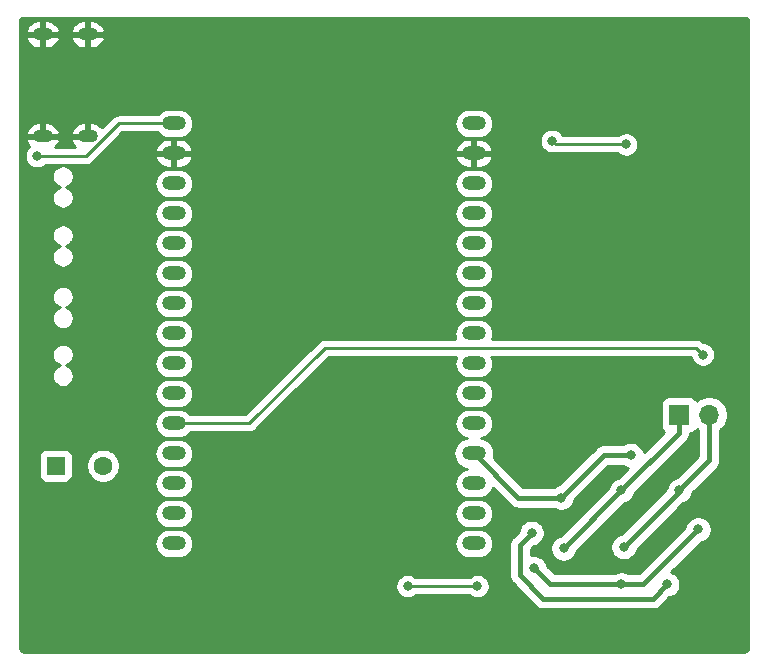
<source format=gbr>
G04 #@! TF.GenerationSoftware,KiCad,Pcbnew,(5.1.10)-1*
G04 #@! TF.CreationDate,2021-08-13T20:40:32+09:00*
G04 #@! TF.ProjectId,lfmassage,6c666d61-7373-4616-9765-2e6b69636164,rev?*
G04 #@! TF.SameCoordinates,Original*
G04 #@! TF.FileFunction,Copper,L2,Bot*
G04 #@! TF.FilePolarity,Positive*
%FSLAX46Y46*%
G04 Gerber Fmt 4.6, Leading zero omitted, Abs format (unit mm)*
G04 Created by KiCad (PCBNEW (5.1.10)-1) date 2021-08-13 20:40:32*
%MOMM*%
%LPD*%
G01*
G04 APERTURE LIST*
G04 #@! TA.AperFunction,ComponentPad*
%ADD10R,1.600000X1.600000*%
G04 #@! TD*
G04 #@! TA.AperFunction,ComponentPad*
%ADD11C,1.600000*%
G04 #@! TD*
G04 #@! TA.AperFunction,ComponentPad*
%ADD12R,1.700000X1.700000*%
G04 #@! TD*
G04 #@! TA.AperFunction,ComponentPad*
%ADD13O,1.700000X1.700000*%
G04 #@! TD*
G04 #@! TA.AperFunction,ComponentPad*
%ADD14O,2.000000X1.200000*%
G04 #@! TD*
G04 #@! TA.AperFunction,ComponentPad*
%ADD15O,1.700000X1.100000*%
G04 #@! TD*
G04 #@! TA.AperFunction,ViaPad*
%ADD16C,0.800000*%
G04 #@! TD*
G04 #@! TA.AperFunction,Conductor*
%ADD17C,0.250000*%
G04 #@! TD*
G04 #@! TA.AperFunction,Conductor*
%ADD18C,0.400000*%
G04 #@! TD*
G04 #@! TA.AperFunction,Conductor*
%ADD19C,0.254000*%
G04 #@! TD*
G04 #@! TA.AperFunction,Conductor*
%ADD20C,0.100000*%
G04 #@! TD*
G04 APERTURE END LIST*
D10*
X63700000Y-84600000D03*
D11*
X67700000Y-84600000D03*
D12*
X116500000Y-80300000D03*
D13*
X119040000Y-80300000D03*
D14*
X99100000Y-55620000D03*
X73700000Y-55620000D03*
X99100000Y-58160000D03*
X73700000Y-58160000D03*
X99100000Y-60700000D03*
X73700000Y-60700000D03*
X99100000Y-63240000D03*
X73700000Y-63240000D03*
X99100000Y-65780000D03*
X73700000Y-65780000D03*
X99100000Y-68320000D03*
X73700000Y-68320000D03*
X99100000Y-70860000D03*
X73700000Y-70860000D03*
X99100000Y-73400000D03*
X73700000Y-73400000D03*
X99100000Y-75940000D03*
X73700000Y-75940000D03*
X99100000Y-78480000D03*
X73700000Y-78480000D03*
X99100000Y-81020000D03*
X73700000Y-81020000D03*
X99100000Y-83560000D03*
X73700000Y-83560000D03*
X99100000Y-86100000D03*
X73700000Y-86100000D03*
X99100000Y-88640000D03*
X73700000Y-88640000D03*
X99100000Y-91180000D03*
X73700000Y-91180000D03*
D15*
X66400000Y-56720000D03*
X66400000Y-48080000D03*
X62600000Y-56720000D03*
X62600000Y-48080000D03*
D16*
X62100000Y-58400000D03*
X112000000Y-57400000D03*
X105700000Y-57100000D03*
X111600000Y-86700000D03*
X106700000Y-91600000D03*
X116500000Y-86700000D03*
X111800000Y-91500000D03*
X93500000Y-94800000D03*
X99400000Y-94800000D03*
X118500000Y-75200000D03*
X106500000Y-87300000D03*
X112400000Y-83700000D03*
X118100000Y-90000000D03*
X104200000Y-93300000D03*
X111600000Y-94650001D03*
X104000000Y-90300000D03*
X115465740Y-94650001D03*
D17*
X69037451Y-55620000D02*
X73700000Y-55620000D01*
X66257451Y-58400000D02*
X69037451Y-55620000D01*
X62100000Y-58400000D02*
X66257451Y-58400000D01*
X112000000Y-57400000D02*
X106000000Y-57400000D01*
D18*
X116500000Y-81800000D02*
X111600000Y-86700000D01*
X116500000Y-80300000D02*
X116500000Y-81800000D01*
X106700000Y-91600000D02*
X111600000Y-86700000D01*
X119040000Y-84160000D02*
X116500000Y-86700000D01*
X119040000Y-80300000D02*
X119040000Y-84160000D01*
X116500000Y-86800000D02*
X116500000Y-86700000D01*
X111800000Y-91500000D02*
X116500000Y-86800000D01*
D17*
X93500000Y-94800000D02*
X99400000Y-94800000D01*
X73700000Y-80800000D02*
X73700000Y-81020000D01*
X73700000Y-81020000D02*
X80080000Y-81020000D01*
X80080000Y-81020000D02*
X86500000Y-74600000D01*
X117900000Y-74600000D02*
X118500000Y-75200000D01*
X86500000Y-74600000D02*
X117900000Y-74600000D01*
D18*
X110100000Y-83700000D02*
X112400000Y-83700000D01*
X106500000Y-87300000D02*
X110100000Y-83700000D01*
X102840000Y-87300000D02*
X99100000Y-83560000D01*
X106500000Y-87300000D02*
X102840000Y-87300000D01*
X105550001Y-94650001D02*
X104200000Y-93300000D01*
X111600000Y-94650001D02*
X105550001Y-94650001D01*
X113449999Y-94650001D02*
X118100000Y-90000000D01*
X111600000Y-94650001D02*
X113449999Y-94650001D01*
X114265739Y-95850002D02*
X115465740Y-94650001D01*
X104974000Y-95850002D02*
X114265739Y-95850002D01*
X102999999Y-93876001D02*
X104974000Y-95850002D01*
X102999999Y-91300001D02*
X102999999Y-93876001D01*
X104000000Y-90300000D02*
X102999999Y-91300001D01*
D19*
X122065424Y-46669580D02*
X122128356Y-46688580D01*
X122186405Y-46719445D01*
X122237343Y-46760989D01*
X122279248Y-46811644D01*
X122310515Y-46869471D01*
X122329956Y-46932272D01*
X122340001Y-47027845D01*
X122340000Y-99967721D01*
X122330420Y-100065424D01*
X122311420Y-100128357D01*
X122280554Y-100186406D01*
X122239011Y-100237343D01*
X122188356Y-100279248D01*
X122130529Y-100310515D01*
X122067728Y-100329956D01*
X121972165Y-100340000D01*
X61032279Y-100340000D01*
X60934576Y-100330420D01*
X60871643Y-100311420D01*
X60813594Y-100280554D01*
X60762657Y-100239011D01*
X60720752Y-100188356D01*
X60689485Y-100130529D01*
X60670044Y-100067728D01*
X60660000Y-99972165D01*
X60660000Y-94698061D01*
X92465000Y-94698061D01*
X92465000Y-94901939D01*
X92504774Y-95101898D01*
X92582795Y-95290256D01*
X92696063Y-95459774D01*
X92840226Y-95603937D01*
X93009744Y-95717205D01*
X93198102Y-95795226D01*
X93398061Y-95835000D01*
X93601939Y-95835000D01*
X93801898Y-95795226D01*
X93990256Y-95717205D01*
X94159774Y-95603937D01*
X94203711Y-95560000D01*
X98696289Y-95560000D01*
X98740226Y-95603937D01*
X98909744Y-95717205D01*
X99098102Y-95795226D01*
X99298061Y-95835000D01*
X99501939Y-95835000D01*
X99701898Y-95795226D01*
X99890256Y-95717205D01*
X100059774Y-95603937D01*
X100203937Y-95459774D01*
X100317205Y-95290256D01*
X100395226Y-95101898D01*
X100435000Y-94901939D01*
X100435000Y-94698061D01*
X100395226Y-94498102D01*
X100317205Y-94309744D01*
X100203937Y-94140226D01*
X100059774Y-93996063D01*
X99890256Y-93882795D01*
X99701898Y-93804774D01*
X99501939Y-93765000D01*
X99298061Y-93765000D01*
X99098102Y-93804774D01*
X98909744Y-93882795D01*
X98740226Y-93996063D01*
X98696289Y-94040000D01*
X94203711Y-94040000D01*
X94159774Y-93996063D01*
X93990256Y-93882795D01*
X93801898Y-93804774D01*
X93601939Y-93765000D01*
X93398061Y-93765000D01*
X93198102Y-93804774D01*
X93009744Y-93882795D01*
X92840226Y-93996063D01*
X92696063Y-94140226D01*
X92582795Y-94309744D01*
X92504774Y-94498102D01*
X92465000Y-94698061D01*
X60660000Y-94698061D01*
X60660000Y-91180000D01*
X72059025Y-91180000D01*
X72082870Y-91422102D01*
X72153489Y-91654901D01*
X72268167Y-91869449D01*
X72422498Y-92057502D01*
X72610551Y-92211833D01*
X72825099Y-92326511D01*
X73057898Y-92397130D01*
X73239335Y-92415000D01*
X74160665Y-92415000D01*
X74342102Y-92397130D01*
X74574901Y-92326511D01*
X74789449Y-92211833D01*
X74977502Y-92057502D01*
X75131833Y-91869449D01*
X75246511Y-91654901D01*
X75317130Y-91422102D01*
X75340975Y-91180000D01*
X97459025Y-91180000D01*
X97482870Y-91422102D01*
X97553489Y-91654901D01*
X97668167Y-91869449D01*
X97822498Y-92057502D01*
X98010551Y-92211833D01*
X98225099Y-92326511D01*
X98457898Y-92397130D01*
X98639335Y-92415000D01*
X99560665Y-92415000D01*
X99742102Y-92397130D01*
X99974901Y-92326511D01*
X100189449Y-92211833D01*
X100377502Y-92057502D01*
X100531833Y-91869449D01*
X100646511Y-91654901D01*
X100717130Y-91422102D01*
X100729155Y-91300001D01*
X102068515Y-91300001D01*
X102072999Y-91345529D01*
X102073000Y-93830464D01*
X102068515Y-93876001D01*
X102086413Y-94057724D01*
X102139419Y-94232464D01*
X102225498Y-94393506D01*
X102312311Y-94499288D01*
X102312316Y-94499293D01*
X102341341Y-94534660D01*
X102376707Y-94563684D01*
X104286316Y-96473294D01*
X104315341Y-96508661D01*
X104350708Y-96537686D01*
X104350712Y-96537690D01*
X104456494Y-96624503D01*
X104617536Y-96710582D01*
X104792276Y-96763589D01*
X104928462Y-96777002D01*
X104928473Y-96777002D01*
X104974000Y-96781486D01*
X105019527Y-96777002D01*
X114220212Y-96777002D01*
X114265739Y-96781486D01*
X114311266Y-96777002D01*
X114311277Y-96777002D01*
X114447463Y-96763589D01*
X114622203Y-96710582D01*
X114783244Y-96624503D01*
X114924398Y-96508661D01*
X114953427Y-96473289D01*
X115667836Y-95758881D01*
X115794474Y-95733691D01*
X115999575Y-95648735D01*
X116184161Y-95525399D01*
X116341138Y-95368422D01*
X116464474Y-95183836D01*
X116549430Y-94978735D01*
X116592740Y-94761001D01*
X116592740Y-94539001D01*
X116549430Y-94321267D01*
X116464474Y-94116166D01*
X116341138Y-93931580D01*
X116184161Y-93774603D01*
X115999575Y-93651267D01*
X115829964Y-93581011D01*
X118302096Y-91108880D01*
X118428734Y-91083690D01*
X118633835Y-90998734D01*
X118818421Y-90875398D01*
X118975398Y-90718421D01*
X119098734Y-90533835D01*
X119183690Y-90328734D01*
X119227000Y-90111000D01*
X119227000Y-89889000D01*
X119183690Y-89671266D01*
X119098734Y-89466165D01*
X118975398Y-89281579D01*
X118818421Y-89124602D01*
X118633835Y-89001266D01*
X118428734Y-88916310D01*
X118211000Y-88873000D01*
X117989000Y-88873000D01*
X117771266Y-88916310D01*
X117566165Y-89001266D01*
X117381579Y-89124602D01*
X117224602Y-89281579D01*
X117101266Y-89466165D01*
X117016310Y-89671266D01*
X116991120Y-89797904D01*
X113066024Y-93723001D01*
X112241193Y-93723001D01*
X112133835Y-93651267D01*
X111928734Y-93566311D01*
X111711000Y-93523001D01*
X111489000Y-93523001D01*
X111271266Y-93566311D01*
X111066165Y-93651267D01*
X110958807Y-93723001D01*
X105933977Y-93723001D01*
X105308880Y-93097905D01*
X105283690Y-92971266D01*
X105198734Y-92766165D01*
X105075398Y-92581579D01*
X104918421Y-92424602D01*
X104733835Y-92301266D01*
X104528734Y-92216310D01*
X104311000Y-92173000D01*
X104089000Y-92173000D01*
X103926999Y-92205224D01*
X103926999Y-91683976D01*
X104202096Y-91408880D01*
X104328734Y-91383690D01*
X104533835Y-91298734D01*
X104718421Y-91175398D01*
X104875398Y-91018421D01*
X104998734Y-90833835D01*
X105083690Y-90628734D01*
X105127000Y-90411000D01*
X105127000Y-90189000D01*
X105083690Y-89971266D01*
X104998734Y-89766165D01*
X104875398Y-89581579D01*
X104718421Y-89424602D01*
X104533835Y-89301266D01*
X104328734Y-89216310D01*
X104111000Y-89173000D01*
X103889000Y-89173000D01*
X103671266Y-89216310D01*
X103466165Y-89301266D01*
X103281579Y-89424602D01*
X103124602Y-89581579D01*
X103001266Y-89766165D01*
X102916310Y-89971266D01*
X102891120Y-90097904D01*
X102376712Y-90612313D01*
X102341340Y-90641342D01*
X102312312Y-90676713D01*
X102312311Y-90676714D01*
X102225498Y-90782496D01*
X102206785Y-90817506D01*
X102139419Y-90943538D01*
X102086412Y-91118278D01*
X102072999Y-91254464D01*
X102072999Y-91254474D01*
X102068515Y-91300001D01*
X100729155Y-91300001D01*
X100740975Y-91180000D01*
X100717130Y-90937898D01*
X100646511Y-90705099D01*
X100531833Y-90490551D01*
X100377502Y-90302498D01*
X100189449Y-90148167D01*
X99974901Y-90033489D01*
X99742102Y-89962870D01*
X99560665Y-89945000D01*
X98639335Y-89945000D01*
X98457898Y-89962870D01*
X98225099Y-90033489D01*
X98010551Y-90148167D01*
X97822498Y-90302498D01*
X97668167Y-90490551D01*
X97553489Y-90705099D01*
X97482870Y-90937898D01*
X97459025Y-91180000D01*
X75340975Y-91180000D01*
X75317130Y-90937898D01*
X75246511Y-90705099D01*
X75131833Y-90490551D01*
X74977502Y-90302498D01*
X74789449Y-90148167D01*
X74574901Y-90033489D01*
X74342102Y-89962870D01*
X74160665Y-89945000D01*
X73239335Y-89945000D01*
X73057898Y-89962870D01*
X72825099Y-90033489D01*
X72610551Y-90148167D01*
X72422498Y-90302498D01*
X72268167Y-90490551D01*
X72153489Y-90705099D01*
X72082870Y-90937898D01*
X72059025Y-91180000D01*
X60660000Y-91180000D01*
X60660000Y-88640000D01*
X72059025Y-88640000D01*
X72082870Y-88882102D01*
X72153489Y-89114901D01*
X72268167Y-89329449D01*
X72422498Y-89517502D01*
X72610551Y-89671833D01*
X72825099Y-89786511D01*
X73057898Y-89857130D01*
X73239335Y-89875000D01*
X74160665Y-89875000D01*
X74342102Y-89857130D01*
X74574901Y-89786511D01*
X74789449Y-89671833D01*
X74977502Y-89517502D01*
X75131833Y-89329449D01*
X75246511Y-89114901D01*
X75317130Y-88882102D01*
X75340975Y-88640000D01*
X97459025Y-88640000D01*
X97482870Y-88882102D01*
X97553489Y-89114901D01*
X97668167Y-89329449D01*
X97822498Y-89517502D01*
X98010551Y-89671833D01*
X98225099Y-89786511D01*
X98457898Y-89857130D01*
X98639335Y-89875000D01*
X99560665Y-89875000D01*
X99742102Y-89857130D01*
X99974901Y-89786511D01*
X100189449Y-89671833D01*
X100377502Y-89517502D01*
X100531833Y-89329449D01*
X100646511Y-89114901D01*
X100717130Y-88882102D01*
X100740975Y-88640000D01*
X100717130Y-88397898D01*
X100646511Y-88165099D01*
X100531833Y-87950551D01*
X100377502Y-87762498D01*
X100189449Y-87608167D01*
X99974901Y-87493489D01*
X99742102Y-87422870D01*
X99560665Y-87405000D01*
X98639335Y-87405000D01*
X98457898Y-87422870D01*
X98225099Y-87493489D01*
X98010551Y-87608167D01*
X97822498Y-87762498D01*
X97668167Y-87950551D01*
X97553489Y-88165099D01*
X97482870Y-88397898D01*
X97459025Y-88640000D01*
X75340975Y-88640000D01*
X75317130Y-88397898D01*
X75246511Y-88165099D01*
X75131833Y-87950551D01*
X74977502Y-87762498D01*
X74789449Y-87608167D01*
X74574901Y-87493489D01*
X74342102Y-87422870D01*
X74160665Y-87405000D01*
X73239335Y-87405000D01*
X73057898Y-87422870D01*
X72825099Y-87493489D01*
X72610551Y-87608167D01*
X72422498Y-87762498D01*
X72268167Y-87950551D01*
X72153489Y-88165099D01*
X72082870Y-88397898D01*
X72059025Y-88640000D01*
X60660000Y-88640000D01*
X60660000Y-86100000D01*
X72059025Y-86100000D01*
X72082870Y-86342102D01*
X72153489Y-86574901D01*
X72268167Y-86789449D01*
X72422498Y-86977502D01*
X72610551Y-87131833D01*
X72825099Y-87246511D01*
X73057898Y-87317130D01*
X73239335Y-87335000D01*
X74160665Y-87335000D01*
X74342102Y-87317130D01*
X74574901Y-87246511D01*
X74789449Y-87131833D01*
X74977502Y-86977502D01*
X75131833Y-86789449D01*
X75246511Y-86574901D01*
X75317130Y-86342102D01*
X75340975Y-86100000D01*
X75317130Y-85857898D01*
X75246511Y-85625099D01*
X75131833Y-85410551D01*
X74977502Y-85222498D01*
X74789449Y-85068167D01*
X74574901Y-84953489D01*
X74342102Y-84882870D01*
X74160665Y-84865000D01*
X73239335Y-84865000D01*
X73057898Y-84882870D01*
X72825099Y-84953489D01*
X72610551Y-85068167D01*
X72422498Y-85222498D01*
X72268167Y-85410551D01*
X72153489Y-85625099D01*
X72082870Y-85857898D01*
X72059025Y-86100000D01*
X60660000Y-86100000D01*
X60660000Y-83800000D01*
X62261928Y-83800000D01*
X62261928Y-85400000D01*
X62274188Y-85524482D01*
X62310498Y-85644180D01*
X62369463Y-85754494D01*
X62448815Y-85851185D01*
X62545506Y-85930537D01*
X62655820Y-85989502D01*
X62775518Y-86025812D01*
X62900000Y-86038072D01*
X64500000Y-86038072D01*
X64624482Y-86025812D01*
X64744180Y-85989502D01*
X64854494Y-85930537D01*
X64951185Y-85851185D01*
X65030537Y-85754494D01*
X65089502Y-85644180D01*
X65125812Y-85524482D01*
X65138072Y-85400000D01*
X65138072Y-84458665D01*
X66265000Y-84458665D01*
X66265000Y-84741335D01*
X66320147Y-85018574D01*
X66428320Y-85279727D01*
X66585363Y-85514759D01*
X66785241Y-85714637D01*
X67020273Y-85871680D01*
X67281426Y-85979853D01*
X67558665Y-86035000D01*
X67841335Y-86035000D01*
X68118574Y-85979853D01*
X68379727Y-85871680D01*
X68614759Y-85714637D01*
X68814637Y-85514759D01*
X68971680Y-85279727D01*
X69079853Y-85018574D01*
X69135000Y-84741335D01*
X69135000Y-84458665D01*
X69079853Y-84181426D01*
X68971680Y-83920273D01*
X68814637Y-83685241D01*
X68689396Y-83560000D01*
X72059025Y-83560000D01*
X72082870Y-83802102D01*
X72153489Y-84034901D01*
X72268167Y-84249449D01*
X72422498Y-84437502D01*
X72610551Y-84591833D01*
X72825099Y-84706511D01*
X73057898Y-84777130D01*
X73239335Y-84795000D01*
X74160665Y-84795000D01*
X74342102Y-84777130D01*
X74574901Y-84706511D01*
X74789449Y-84591833D01*
X74977502Y-84437502D01*
X75131833Y-84249449D01*
X75246511Y-84034901D01*
X75317130Y-83802102D01*
X75340975Y-83560000D01*
X97366580Y-83560000D01*
X97392201Y-83820137D01*
X97468081Y-84070278D01*
X97591302Y-84300808D01*
X97757130Y-84502870D01*
X97959192Y-84668698D01*
X98189722Y-84791919D01*
X98439863Y-84867799D01*
X98525390Y-84876223D01*
X98457898Y-84882870D01*
X98225099Y-84953489D01*
X98010551Y-85068167D01*
X97822498Y-85222498D01*
X97668167Y-85410551D01*
X97553489Y-85625099D01*
X97482870Y-85857898D01*
X97459025Y-86100000D01*
X97482870Y-86342102D01*
X97553489Y-86574901D01*
X97668167Y-86789449D01*
X97822498Y-86977502D01*
X98010551Y-87131833D01*
X98225099Y-87246511D01*
X98457898Y-87317130D01*
X98639335Y-87335000D01*
X99560665Y-87335000D01*
X99742102Y-87317130D01*
X99974901Y-87246511D01*
X100189449Y-87131833D01*
X100377502Y-86977502D01*
X100531833Y-86789449D01*
X100646511Y-86574901D01*
X100683148Y-86454124D01*
X102152316Y-87923292D01*
X102181341Y-87958659D01*
X102216708Y-87987684D01*
X102216712Y-87987688D01*
X102322494Y-88074502D01*
X102483536Y-88160580D01*
X102658276Y-88213587D01*
X102794462Y-88227000D01*
X102794473Y-88227000D01*
X102840000Y-88231484D01*
X102885527Y-88227000D01*
X105858807Y-88227000D01*
X105966165Y-88298734D01*
X106171266Y-88383690D01*
X106389000Y-88427000D01*
X106611000Y-88427000D01*
X106828734Y-88383690D01*
X107033835Y-88298734D01*
X107218421Y-88175398D01*
X107375398Y-88018421D01*
X107498734Y-87833835D01*
X107583690Y-87628734D01*
X107608880Y-87502095D01*
X110483976Y-84627000D01*
X111758807Y-84627000D01*
X111866165Y-84698734D01*
X112071266Y-84783690D01*
X112183091Y-84805933D01*
X111397905Y-85591120D01*
X111271266Y-85616310D01*
X111066165Y-85701266D01*
X110881579Y-85824602D01*
X110724602Y-85981579D01*
X110601266Y-86166165D01*
X110516310Y-86371266D01*
X110491120Y-86497904D01*
X106497905Y-90491120D01*
X106371266Y-90516310D01*
X106166165Y-90601266D01*
X105981579Y-90724602D01*
X105824602Y-90881579D01*
X105701266Y-91066165D01*
X105616310Y-91271266D01*
X105573000Y-91489000D01*
X105573000Y-91711000D01*
X105616310Y-91928734D01*
X105701266Y-92133835D01*
X105824602Y-92318421D01*
X105981579Y-92475398D01*
X106166165Y-92598734D01*
X106371266Y-92683690D01*
X106589000Y-92727000D01*
X106811000Y-92727000D01*
X107028734Y-92683690D01*
X107233835Y-92598734D01*
X107418421Y-92475398D01*
X107575398Y-92318421D01*
X107698734Y-92133835D01*
X107783690Y-91928734D01*
X107808880Y-91802095D01*
X111802096Y-87808880D01*
X111928734Y-87783690D01*
X112133835Y-87698734D01*
X112318421Y-87575398D01*
X112475398Y-87418421D01*
X112598734Y-87233835D01*
X112683690Y-87028734D01*
X112708880Y-86902095D01*
X117123292Y-82487684D01*
X117158659Y-82458659D01*
X117187684Y-82423292D01*
X117187687Y-82423289D01*
X117274501Y-82317506D01*
X117320511Y-82231427D01*
X117360580Y-82156464D01*
X117413587Y-81981724D01*
X117424275Y-81873201D01*
X117492517Y-81866480D01*
X117629557Y-81824910D01*
X117755853Y-81757403D01*
X117866554Y-81666554D01*
X117957403Y-81555853D01*
X117995104Y-81485319D01*
X118034721Y-81524936D01*
X118113000Y-81577240D01*
X118113001Y-83776023D01*
X116297905Y-85591120D01*
X116171266Y-85616310D01*
X115966165Y-85701266D01*
X115781579Y-85824602D01*
X115624602Y-85981579D01*
X115501266Y-86166165D01*
X115416310Y-86371266D01*
X115373000Y-86589000D01*
X115373000Y-86616024D01*
X111597905Y-90391120D01*
X111471266Y-90416310D01*
X111266165Y-90501266D01*
X111081579Y-90624602D01*
X110924602Y-90781579D01*
X110801266Y-90966165D01*
X110716310Y-91171266D01*
X110673000Y-91389000D01*
X110673000Y-91611000D01*
X110716310Y-91828734D01*
X110801266Y-92033835D01*
X110924602Y-92218421D01*
X111081579Y-92375398D01*
X111266165Y-92498734D01*
X111471266Y-92583690D01*
X111689000Y-92627000D01*
X111911000Y-92627000D01*
X112128734Y-92583690D01*
X112333835Y-92498734D01*
X112518421Y-92375398D01*
X112675398Y-92218421D01*
X112798734Y-92033835D01*
X112883690Y-91828734D01*
X112908880Y-91702095D01*
X116826926Y-87784050D01*
X116828734Y-87783690D01*
X117033835Y-87698734D01*
X117218421Y-87575398D01*
X117375398Y-87418421D01*
X117498734Y-87233835D01*
X117583690Y-87028734D01*
X117608880Y-86902095D01*
X119663292Y-84847684D01*
X119698659Y-84818659D01*
X119727684Y-84783292D01*
X119727687Y-84783289D01*
X119814501Y-84677506D01*
X119900579Y-84516465D01*
X119900580Y-84516464D01*
X119953587Y-84341724D01*
X119967000Y-84205538D01*
X119967000Y-84205526D01*
X119971484Y-84160001D01*
X119967000Y-84114476D01*
X119967000Y-81577240D01*
X120045279Y-81524936D01*
X120264936Y-81305279D01*
X120437519Y-81046989D01*
X120556396Y-80759994D01*
X120617000Y-80455321D01*
X120617000Y-80144679D01*
X120556396Y-79840006D01*
X120437519Y-79553011D01*
X120264936Y-79294721D01*
X120045279Y-79075064D01*
X119786989Y-78902481D01*
X119499994Y-78783604D01*
X119195321Y-78723000D01*
X118884679Y-78723000D01*
X118580006Y-78783604D01*
X118293011Y-78902481D01*
X118034721Y-79075064D01*
X117995104Y-79114681D01*
X117957403Y-79044147D01*
X117866554Y-78933446D01*
X117755853Y-78842597D01*
X117629557Y-78775090D01*
X117492517Y-78733520D01*
X117350000Y-78719483D01*
X115650000Y-78719483D01*
X115507483Y-78733520D01*
X115370443Y-78775090D01*
X115244147Y-78842597D01*
X115133446Y-78933446D01*
X115042597Y-79044147D01*
X114975090Y-79170443D01*
X114933520Y-79307483D01*
X114919483Y-79450000D01*
X114919483Y-81150000D01*
X114933520Y-81292517D01*
X114975090Y-81429557D01*
X115042597Y-81555853D01*
X115133446Y-81666554D01*
X115237267Y-81751757D01*
X113505933Y-83483091D01*
X113483690Y-83371266D01*
X113398734Y-83166165D01*
X113275398Y-82981579D01*
X113118421Y-82824602D01*
X112933835Y-82701266D01*
X112728734Y-82616310D01*
X112511000Y-82573000D01*
X112289000Y-82573000D01*
X112071266Y-82616310D01*
X111866165Y-82701266D01*
X111758807Y-82773000D01*
X110145527Y-82773000D01*
X110100000Y-82768516D01*
X110054473Y-82773000D01*
X110054462Y-82773000D01*
X109918276Y-82786413D01*
X109743536Y-82839420D01*
X109582494Y-82925499D01*
X109476712Y-83012312D01*
X109476708Y-83012316D01*
X109441341Y-83041341D01*
X109412316Y-83076708D01*
X106297905Y-86191120D01*
X106171266Y-86216310D01*
X105966165Y-86301266D01*
X105858807Y-86373000D01*
X103223976Y-86373000D01*
X100775986Y-83925010D01*
X100807799Y-83820137D01*
X100833420Y-83560000D01*
X100807799Y-83299863D01*
X100731919Y-83049722D01*
X100608698Y-82819192D01*
X100442870Y-82617130D01*
X100240808Y-82451302D01*
X100010278Y-82328081D01*
X99760137Y-82252201D01*
X99674610Y-82243777D01*
X99742102Y-82237130D01*
X99974901Y-82166511D01*
X100189449Y-82051833D01*
X100377502Y-81897502D01*
X100531833Y-81709449D01*
X100646511Y-81494901D01*
X100717130Y-81262102D01*
X100740975Y-81020000D01*
X100717130Y-80777898D01*
X100646511Y-80545099D01*
X100531833Y-80330551D01*
X100377502Y-80142498D01*
X100189449Y-79988167D01*
X99974901Y-79873489D01*
X99742102Y-79802870D01*
X99560665Y-79785000D01*
X98639335Y-79785000D01*
X98457898Y-79802870D01*
X98225099Y-79873489D01*
X98010551Y-79988167D01*
X97822498Y-80142498D01*
X97668167Y-80330551D01*
X97553489Y-80545099D01*
X97482870Y-80777898D01*
X97459025Y-81020000D01*
X97482870Y-81262102D01*
X97553489Y-81494901D01*
X97668167Y-81709449D01*
X97822498Y-81897502D01*
X98010551Y-82051833D01*
X98225099Y-82166511D01*
X98457898Y-82237130D01*
X98525390Y-82243777D01*
X98439863Y-82252201D01*
X98189722Y-82328081D01*
X97959192Y-82451302D01*
X97757130Y-82617130D01*
X97591302Y-82819192D01*
X97468081Y-83049722D01*
X97392201Y-83299863D01*
X97366580Y-83560000D01*
X75340975Y-83560000D01*
X75317130Y-83317898D01*
X75246511Y-83085099D01*
X75131833Y-82870551D01*
X74977502Y-82682498D01*
X74789449Y-82528167D01*
X74574901Y-82413489D01*
X74342102Y-82342870D01*
X74160665Y-82325000D01*
X73239335Y-82325000D01*
X73057898Y-82342870D01*
X72825099Y-82413489D01*
X72610551Y-82528167D01*
X72422498Y-82682498D01*
X72268167Y-82870551D01*
X72153489Y-83085099D01*
X72082870Y-83317898D01*
X72059025Y-83560000D01*
X68689396Y-83560000D01*
X68614759Y-83485363D01*
X68379727Y-83328320D01*
X68118574Y-83220147D01*
X67841335Y-83165000D01*
X67558665Y-83165000D01*
X67281426Y-83220147D01*
X67020273Y-83328320D01*
X66785241Y-83485363D01*
X66585363Y-83685241D01*
X66428320Y-83920273D01*
X66320147Y-84181426D01*
X66265000Y-84458665D01*
X65138072Y-84458665D01*
X65138072Y-83800000D01*
X65125812Y-83675518D01*
X65089502Y-83555820D01*
X65030537Y-83445506D01*
X64951185Y-83348815D01*
X64854494Y-83269463D01*
X64744180Y-83210498D01*
X64624482Y-83174188D01*
X64500000Y-83161928D01*
X62900000Y-83161928D01*
X62775518Y-83174188D01*
X62655820Y-83210498D01*
X62545506Y-83269463D01*
X62448815Y-83348815D01*
X62369463Y-83445506D01*
X62310498Y-83555820D01*
X62274188Y-83675518D01*
X62261928Y-83800000D01*
X60660000Y-83800000D01*
X60660000Y-81020000D01*
X72059025Y-81020000D01*
X72082870Y-81262102D01*
X72153489Y-81494901D01*
X72268167Y-81709449D01*
X72422498Y-81897502D01*
X72610551Y-82051833D01*
X72825099Y-82166511D01*
X73057898Y-82237130D01*
X73239335Y-82255000D01*
X74160665Y-82255000D01*
X74342102Y-82237130D01*
X74574901Y-82166511D01*
X74789449Y-82051833D01*
X74977502Y-81897502D01*
X75073933Y-81780000D01*
X80042678Y-81780000D01*
X80080000Y-81783676D01*
X80117322Y-81780000D01*
X80117333Y-81780000D01*
X80228986Y-81769003D01*
X80372247Y-81725546D01*
X80504276Y-81654974D01*
X80620001Y-81560001D01*
X80643804Y-81530997D01*
X83694801Y-78480000D01*
X97459025Y-78480000D01*
X97482870Y-78722102D01*
X97553489Y-78954901D01*
X97668167Y-79169449D01*
X97822498Y-79357502D01*
X98010551Y-79511833D01*
X98225099Y-79626511D01*
X98457898Y-79697130D01*
X98639335Y-79715000D01*
X99560665Y-79715000D01*
X99742102Y-79697130D01*
X99974901Y-79626511D01*
X100189449Y-79511833D01*
X100377502Y-79357502D01*
X100531833Y-79169449D01*
X100646511Y-78954901D01*
X100717130Y-78722102D01*
X100740975Y-78480000D01*
X100717130Y-78237898D01*
X100646511Y-78005099D01*
X100531833Y-77790551D01*
X100377502Y-77602498D01*
X100189449Y-77448167D01*
X99974901Y-77333489D01*
X99742102Y-77262870D01*
X99560665Y-77245000D01*
X98639335Y-77245000D01*
X98457898Y-77262870D01*
X98225099Y-77333489D01*
X98010551Y-77448167D01*
X97822498Y-77602498D01*
X97668167Y-77790551D01*
X97553489Y-78005099D01*
X97482870Y-78237898D01*
X97459025Y-78480000D01*
X83694801Y-78480000D01*
X86814802Y-75360000D01*
X97609665Y-75360000D01*
X97553489Y-75465099D01*
X97482870Y-75697898D01*
X97459025Y-75940000D01*
X97482870Y-76182102D01*
X97553489Y-76414901D01*
X97668167Y-76629449D01*
X97822498Y-76817502D01*
X98010551Y-76971833D01*
X98225099Y-77086511D01*
X98457898Y-77157130D01*
X98639335Y-77175000D01*
X99560665Y-77175000D01*
X99742102Y-77157130D01*
X99974901Y-77086511D01*
X100189449Y-76971833D01*
X100377502Y-76817502D01*
X100531833Y-76629449D01*
X100646511Y-76414901D01*
X100717130Y-76182102D01*
X100740975Y-75940000D01*
X100717130Y-75697898D01*
X100646511Y-75465099D01*
X100590335Y-75360000D01*
X117476549Y-75360000D01*
X117504774Y-75501898D01*
X117582795Y-75690256D01*
X117696063Y-75859774D01*
X117840226Y-76003937D01*
X118009744Y-76117205D01*
X118198102Y-76195226D01*
X118398061Y-76235000D01*
X118601939Y-76235000D01*
X118801898Y-76195226D01*
X118990256Y-76117205D01*
X119159774Y-76003937D01*
X119303937Y-75859774D01*
X119417205Y-75690256D01*
X119495226Y-75501898D01*
X119535000Y-75301939D01*
X119535000Y-75098061D01*
X119495226Y-74898102D01*
X119417205Y-74709744D01*
X119303937Y-74540226D01*
X119159774Y-74396063D01*
X118990256Y-74282795D01*
X118801898Y-74204774D01*
X118601939Y-74165000D01*
X118539801Y-74165000D01*
X118463803Y-74089002D01*
X118440001Y-74059999D01*
X118324276Y-73965026D01*
X118192247Y-73894454D01*
X118048986Y-73850997D01*
X117937333Y-73840000D01*
X117937322Y-73840000D01*
X117900000Y-73836324D01*
X117862678Y-73840000D01*
X100657098Y-73840000D01*
X100717130Y-73642102D01*
X100740975Y-73400000D01*
X100717130Y-73157898D01*
X100646511Y-72925099D01*
X100531833Y-72710551D01*
X100377502Y-72522498D01*
X100189449Y-72368167D01*
X99974901Y-72253489D01*
X99742102Y-72182870D01*
X99560665Y-72165000D01*
X98639335Y-72165000D01*
X98457898Y-72182870D01*
X98225099Y-72253489D01*
X98010551Y-72368167D01*
X97822498Y-72522498D01*
X97668167Y-72710551D01*
X97553489Y-72925099D01*
X97482870Y-73157898D01*
X97459025Y-73400000D01*
X97482870Y-73642102D01*
X97542902Y-73840000D01*
X86537322Y-73840000D01*
X86499999Y-73836324D01*
X86462676Y-73840000D01*
X86462667Y-73840000D01*
X86351014Y-73850997D01*
X86207753Y-73894454D01*
X86075723Y-73965026D01*
X85992083Y-74033668D01*
X85959999Y-74059999D01*
X85936201Y-74088997D01*
X79765199Y-80260000D01*
X75073933Y-80260000D01*
X74977502Y-80142498D01*
X74789449Y-79988167D01*
X74574901Y-79873489D01*
X74342102Y-79802870D01*
X74160665Y-79785000D01*
X73239335Y-79785000D01*
X73057898Y-79802870D01*
X72825099Y-79873489D01*
X72610551Y-79988167D01*
X72422498Y-80142498D01*
X72268167Y-80330551D01*
X72153489Y-80545099D01*
X72082870Y-80777898D01*
X72059025Y-81020000D01*
X60660000Y-81020000D01*
X60660000Y-78480000D01*
X72059025Y-78480000D01*
X72082870Y-78722102D01*
X72153489Y-78954901D01*
X72268167Y-79169449D01*
X72422498Y-79357502D01*
X72610551Y-79511833D01*
X72825099Y-79626511D01*
X73057898Y-79697130D01*
X73239335Y-79715000D01*
X74160665Y-79715000D01*
X74342102Y-79697130D01*
X74574901Y-79626511D01*
X74789449Y-79511833D01*
X74977502Y-79357502D01*
X75131833Y-79169449D01*
X75246511Y-78954901D01*
X75317130Y-78722102D01*
X75340975Y-78480000D01*
X75317130Y-78237898D01*
X75246511Y-78005099D01*
X75131833Y-77790551D01*
X74977502Y-77602498D01*
X74789449Y-77448167D01*
X74574901Y-77333489D01*
X74342102Y-77262870D01*
X74160665Y-77245000D01*
X73239335Y-77245000D01*
X73057898Y-77262870D01*
X72825099Y-77333489D01*
X72610551Y-77448167D01*
X72422498Y-77602498D01*
X72268167Y-77790551D01*
X72153489Y-78005099D01*
X72082870Y-78237898D01*
X72059025Y-78480000D01*
X60660000Y-78480000D01*
X60660000Y-75107911D01*
X63365000Y-75107911D01*
X63365000Y-75292089D01*
X63400932Y-75472729D01*
X63471414Y-75642889D01*
X63573738Y-75796028D01*
X63703972Y-75926262D01*
X63857111Y-76028586D01*
X64027271Y-76099068D01*
X64031956Y-76100000D01*
X64027271Y-76100932D01*
X63857111Y-76171414D01*
X63703972Y-76273738D01*
X63573738Y-76403972D01*
X63471414Y-76557111D01*
X63400932Y-76727271D01*
X63365000Y-76907911D01*
X63365000Y-77092089D01*
X63400932Y-77272729D01*
X63471414Y-77442889D01*
X63573738Y-77596028D01*
X63703972Y-77726262D01*
X63857111Y-77828586D01*
X64027271Y-77899068D01*
X64207911Y-77935000D01*
X64392089Y-77935000D01*
X64572729Y-77899068D01*
X64742889Y-77828586D01*
X64896028Y-77726262D01*
X65026262Y-77596028D01*
X65128586Y-77442889D01*
X65199068Y-77272729D01*
X65235000Y-77092089D01*
X65235000Y-76907911D01*
X65199068Y-76727271D01*
X65128586Y-76557111D01*
X65026262Y-76403972D01*
X64896028Y-76273738D01*
X64742889Y-76171414D01*
X64572729Y-76100932D01*
X64568044Y-76100000D01*
X64572729Y-76099068D01*
X64742889Y-76028586D01*
X64875467Y-75940000D01*
X72059025Y-75940000D01*
X72082870Y-76182102D01*
X72153489Y-76414901D01*
X72268167Y-76629449D01*
X72422498Y-76817502D01*
X72610551Y-76971833D01*
X72825099Y-77086511D01*
X73057898Y-77157130D01*
X73239335Y-77175000D01*
X74160665Y-77175000D01*
X74342102Y-77157130D01*
X74574901Y-77086511D01*
X74789449Y-76971833D01*
X74977502Y-76817502D01*
X75131833Y-76629449D01*
X75246511Y-76414901D01*
X75317130Y-76182102D01*
X75340975Y-75940000D01*
X75317130Y-75697898D01*
X75246511Y-75465099D01*
X75131833Y-75250551D01*
X74977502Y-75062498D01*
X74789449Y-74908167D01*
X74574901Y-74793489D01*
X74342102Y-74722870D01*
X74160665Y-74705000D01*
X73239335Y-74705000D01*
X73057898Y-74722870D01*
X72825099Y-74793489D01*
X72610551Y-74908167D01*
X72422498Y-75062498D01*
X72268167Y-75250551D01*
X72153489Y-75465099D01*
X72082870Y-75697898D01*
X72059025Y-75940000D01*
X64875467Y-75940000D01*
X64896028Y-75926262D01*
X65026262Y-75796028D01*
X65128586Y-75642889D01*
X65199068Y-75472729D01*
X65235000Y-75292089D01*
X65235000Y-75107911D01*
X65199068Y-74927271D01*
X65128586Y-74757111D01*
X65026262Y-74603972D01*
X64896028Y-74473738D01*
X64742889Y-74371414D01*
X64572729Y-74300932D01*
X64392089Y-74265000D01*
X64207911Y-74265000D01*
X64027271Y-74300932D01*
X63857111Y-74371414D01*
X63703972Y-74473738D01*
X63573738Y-74603972D01*
X63471414Y-74757111D01*
X63400932Y-74927271D01*
X63365000Y-75107911D01*
X60660000Y-75107911D01*
X60660000Y-73400000D01*
X72059025Y-73400000D01*
X72082870Y-73642102D01*
X72153489Y-73874901D01*
X72268167Y-74089449D01*
X72422498Y-74277502D01*
X72610551Y-74431833D01*
X72825099Y-74546511D01*
X73057898Y-74617130D01*
X73239335Y-74635000D01*
X74160665Y-74635000D01*
X74342102Y-74617130D01*
X74574901Y-74546511D01*
X74789449Y-74431833D01*
X74977502Y-74277502D01*
X75131833Y-74089449D01*
X75246511Y-73874901D01*
X75317130Y-73642102D01*
X75340975Y-73400000D01*
X75317130Y-73157898D01*
X75246511Y-72925099D01*
X75131833Y-72710551D01*
X74977502Y-72522498D01*
X74789449Y-72368167D01*
X74574901Y-72253489D01*
X74342102Y-72182870D01*
X74160665Y-72165000D01*
X73239335Y-72165000D01*
X73057898Y-72182870D01*
X72825099Y-72253489D01*
X72610551Y-72368167D01*
X72422498Y-72522498D01*
X72268167Y-72710551D01*
X72153489Y-72925099D01*
X72082870Y-73157898D01*
X72059025Y-73400000D01*
X60660000Y-73400000D01*
X60660000Y-70207911D01*
X63365000Y-70207911D01*
X63365000Y-70392089D01*
X63400932Y-70572729D01*
X63471414Y-70742889D01*
X63573738Y-70896028D01*
X63703972Y-71026262D01*
X63857111Y-71128586D01*
X64027271Y-71199068D01*
X64031956Y-71200000D01*
X64027271Y-71200932D01*
X63857111Y-71271414D01*
X63703972Y-71373738D01*
X63573738Y-71503972D01*
X63471414Y-71657111D01*
X63400932Y-71827271D01*
X63365000Y-72007911D01*
X63365000Y-72192089D01*
X63400932Y-72372729D01*
X63471414Y-72542889D01*
X63573738Y-72696028D01*
X63703972Y-72826262D01*
X63857111Y-72928586D01*
X64027271Y-72999068D01*
X64207911Y-73035000D01*
X64392089Y-73035000D01*
X64572729Y-72999068D01*
X64742889Y-72928586D01*
X64896028Y-72826262D01*
X65026262Y-72696028D01*
X65128586Y-72542889D01*
X65199068Y-72372729D01*
X65235000Y-72192089D01*
X65235000Y-72007911D01*
X65199068Y-71827271D01*
X65128586Y-71657111D01*
X65026262Y-71503972D01*
X64896028Y-71373738D01*
X64742889Y-71271414D01*
X64572729Y-71200932D01*
X64568044Y-71200000D01*
X64572729Y-71199068D01*
X64742889Y-71128586D01*
X64896028Y-71026262D01*
X65026262Y-70896028D01*
X65050335Y-70860000D01*
X72059025Y-70860000D01*
X72082870Y-71102102D01*
X72153489Y-71334901D01*
X72268167Y-71549449D01*
X72422498Y-71737502D01*
X72610551Y-71891833D01*
X72825099Y-72006511D01*
X73057898Y-72077130D01*
X73239335Y-72095000D01*
X74160665Y-72095000D01*
X74342102Y-72077130D01*
X74574901Y-72006511D01*
X74789449Y-71891833D01*
X74977502Y-71737502D01*
X75131833Y-71549449D01*
X75246511Y-71334901D01*
X75317130Y-71102102D01*
X75340975Y-70860000D01*
X97459025Y-70860000D01*
X97482870Y-71102102D01*
X97553489Y-71334901D01*
X97668167Y-71549449D01*
X97822498Y-71737502D01*
X98010551Y-71891833D01*
X98225099Y-72006511D01*
X98457898Y-72077130D01*
X98639335Y-72095000D01*
X99560665Y-72095000D01*
X99742102Y-72077130D01*
X99974901Y-72006511D01*
X100189449Y-71891833D01*
X100377502Y-71737502D01*
X100531833Y-71549449D01*
X100646511Y-71334901D01*
X100717130Y-71102102D01*
X100740975Y-70860000D01*
X100717130Y-70617898D01*
X100646511Y-70385099D01*
X100531833Y-70170551D01*
X100377502Y-69982498D01*
X100189449Y-69828167D01*
X99974901Y-69713489D01*
X99742102Y-69642870D01*
X99560665Y-69625000D01*
X98639335Y-69625000D01*
X98457898Y-69642870D01*
X98225099Y-69713489D01*
X98010551Y-69828167D01*
X97822498Y-69982498D01*
X97668167Y-70170551D01*
X97553489Y-70385099D01*
X97482870Y-70617898D01*
X97459025Y-70860000D01*
X75340975Y-70860000D01*
X75317130Y-70617898D01*
X75246511Y-70385099D01*
X75131833Y-70170551D01*
X74977502Y-69982498D01*
X74789449Y-69828167D01*
X74574901Y-69713489D01*
X74342102Y-69642870D01*
X74160665Y-69625000D01*
X73239335Y-69625000D01*
X73057898Y-69642870D01*
X72825099Y-69713489D01*
X72610551Y-69828167D01*
X72422498Y-69982498D01*
X72268167Y-70170551D01*
X72153489Y-70385099D01*
X72082870Y-70617898D01*
X72059025Y-70860000D01*
X65050335Y-70860000D01*
X65128586Y-70742889D01*
X65199068Y-70572729D01*
X65235000Y-70392089D01*
X65235000Y-70207911D01*
X65199068Y-70027271D01*
X65128586Y-69857111D01*
X65026262Y-69703972D01*
X64896028Y-69573738D01*
X64742889Y-69471414D01*
X64572729Y-69400932D01*
X64392089Y-69365000D01*
X64207911Y-69365000D01*
X64027271Y-69400932D01*
X63857111Y-69471414D01*
X63703972Y-69573738D01*
X63573738Y-69703972D01*
X63471414Y-69857111D01*
X63400932Y-70027271D01*
X63365000Y-70207911D01*
X60660000Y-70207911D01*
X60660000Y-68320000D01*
X72059025Y-68320000D01*
X72082870Y-68562102D01*
X72153489Y-68794901D01*
X72268167Y-69009449D01*
X72422498Y-69197502D01*
X72610551Y-69351833D01*
X72825099Y-69466511D01*
X73057898Y-69537130D01*
X73239335Y-69555000D01*
X74160665Y-69555000D01*
X74342102Y-69537130D01*
X74574901Y-69466511D01*
X74789449Y-69351833D01*
X74977502Y-69197502D01*
X75131833Y-69009449D01*
X75246511Y-68794901D01*
X75317130Y-68562102D01*
X75340975Y-68320000D01*
X97459025Y-68320000D01*
X97482870Y-68562102D01*
X97553489Y-68794901D01*
X97668167Y-69009449D01*
X97822498Y-69197502D01*
X98010551Y-69351833D01*
X98225099Y-69466511D01*
X98457898Y-69537130D01*
X98639335Y-69555000D01*
X99560665Y-69555000D01*
X99742102Y-69537130D01*
X99974901Y-69466511D01*
X100189449Y-69351833D01*
X100377502Y-69197502D01*
X100531833Y-69009449D01*
X100646511Y-68794901D01*
X100717130Y-68562102D01*
X100740975Y-68320000D01*
X100717130Y-68077898D01*
X100646511Y-67845099D01*
X100531833Y-67630551D01*
X100377502Y-67442498D01*
X100189449Y-67288167D01*
X99974901Y-67173489D01*
X99742102Y-67102870D01*
X99560665Y-67085000D01*
X98639335Y-67085000D01*
X98457898Y-67102870D01*
X98225099Y-67173489D01*
X98010551Y-67288167D01*
X97822498Y-67442498D01*
X97668167Y-67630551D01*
X97553489Y-67845099D01*
X97482870Y-68077898D01*
X97459025Y-68320000D01*
X75340975Y-68320000D01*
X75317130Y-68077898D01*
X75246511Y-67845099D01*
X75131833Y-67630551D01*
X74977502Y-67442498D01*
X74789449Y-67288167D01*
X74574901Y-67173489D01*
X74342102Y-67102870D01*
X74160665Y-67085000D01*
X73239335Y-67085000D01*
X73057898Y-67102870D01*
X72825099Y-67173489D01*
X72610551Y-67288167D01*
X72422498Y-67442498D01*
X72268167Y-67630551D01*
X72153489Y-67845099D01*
X72082870Y-68077898D01*
X72059025Y-68320000D01*
X60660000Y-68320000D01*
X60660000Y-65007911D01*
X63365000Y-65007911D01*
X63365000Y-65192089D01*
X63400932Y-65372729D01*
X63471414Y-65542889D01*
X63573738Y-65696028D01*
X63703972Y-65826262D01*
X63857111Y-65928586D01*
X64027271Y-65999068D01*
X64031956Y-66000000D01*
X64027271Y-66000932D01*
X63857111Y-66071414D01*
X63703972Y-66173738D01*
X63573738Y-66303972D01*
X63471414Y-66457111D01*
X63400932Y-66627271D01*
X63365000Y-66807911D01*
X63365000Y-66992089D01*
X63400932Y-67172729D01*
X63471414Y-67342889D01*
X63573738Y-67496028D01*
X63703972Y-67626262D01*
X63857111Y-67728586D01*
X64027271Y-67799068D01*
X64207911Y-67835000D01*
X64392089Y-67835000D01*
X64572729Y-67799068D01*
X64742889Y-67728586D01*
X64896028Y-67626262D01*
X65026262Y-67496028D01*
X65128586Y-67342889D01*
X65199068Y-67172729D01*
X65235000Y-66992089D01*
X65235000Y-66807911D01*
X65199068Y-66627271D01*
X65128586Y-66457111D01*
X65026262Y-66303972D01*
X64896028Y-66173738D01*
X64742889Y-66071414D01*
X64572729Y-66000932D01*
X64568044Y-66000000D01*
X64572729Y-65999068D01*
X64742889Y-65928586D01*
X64896028Y-65826262D01*
X64942290Y-65780000D01*
X72059025Y-65780000D01*
X72082870Y-66022102D01*
X72153489Y-66254901D01*
X72268167Y-66469449D01*
X72422498Y-66657502D01*
X72610551Y-66811833D01*
X72825099Y-66926511D01*
X73057898Y-66997130D01*
X73239335Y-67015000D01*
X74160665Y-67015000D01*
X74342102Y-66997130D01*
X74574901Y-66926511D01*
X74789449Y-66811833D01*
X74977502Y-66657502D01*
X75131833Y-66469449D01*
X75246511Y-66254901D01*
X75317130Y-66022102D01*
X75340975Y-65780000D01*
X97459025Y-65780000D01*
X97482870Y-66022102D01*
X97553489Y-66254901D01*
X97668167Y-66469449D01*
X97822498Y-66657502D01*
X98010551Y-66811833D01*
X98225099Y-66926511D01*
X98457898Y-66997130D01*
X98639335Y-67015000D01*
X99560665Y-67015000D01*
X99742102Y-66997130D01*
X99974901Y-66926511D01*
X100189449Y-66811833D01*
X100377502Y-66657502D01*
X100531833Y-66469449D01*
X100646511Y-66254901D01*
X100717130Y-66022102D01*
X100740975Y-65780000D01*
X100717130Y-65537898D01*
X100646511Y-65305099D01*
X100531833Y-65090551D01*
X100377502Y-64902498D01*
X100189449Y-64748167D01*
X99974901Y-64633489D01*
X99742102Y-64562870D01*
X99560665Y-64545000D01*
X98639335Y-64545000D01*
X98457898Y-64562870D01*
X98225099Y-64633489D01*
X98010551Y-64748167D01*
X97822498Y-64902498D01*
X97668167Y-65090551D01*
X97553489Y-65305099D01*
X97482870Y-65537898D01*
X97459025Y-65780000D01*
X75340975Y-65780000D01*
X75317130Y-65537898D01*
X75246511Y-65305099D01*
X75131833Y-65090551D01*
X74977502Y-64902498D01*
X74789449Y-64748167D01*
X74574901Y-64633489D01*
X74342102Y-64562870D01*
X74160665Y-64545000D01*
X73239335Y-64545000D01*
X73057898Y-64562870D01*
X72825099Y-64633489D01*
X72610551Y-64748167D01*
X72422498Y-64902498D01*
X72268167Y-65090551D01*
X72153489Y-65305099D01*
X72082870Y-65537898D01*
X72059025Y-65780000D01*
X64942290Y-65780000D01*
X65026262Y-65696028D01*
X65128586Y-65542889D01*
X65199068Y-65372729D01*
X65235000Y-65192089D01*
X65235000Y-65007911D01*
X65199068Y-64827271D01*
X65128586Y-64657111D01*
X65026262Y-64503972D01*
X64896028Y-64373738D01*
X64742889Y-64271414D01*
X64572729Y-64200932D01*
X64392089Y-64165000D01*
X64207911Y-64165000D01*
X64027271Y-64200932D01*
X63857111Y-64271414D01*
X63703972Y-64373738D01*
X63573738Y-64503972D01*
X63471414Y-64657111D01*
X63400932Y-64827271D01*
X63365000Y-65007911D01*
X60660000Y-65007911D01*
X60660000Y-63240000D01*
X72059025Y-63240000D01*
X72082870Y-63482102D01*
X72153489Y-63714901D01*
X72268167Y-63929449D01*
X72422498Y-64117502D01*
X72610551Y-64271833D01*
X72825099Y-64386511D01*
X73057898Y-64457130D01*
X73239335Y-64475000D01*
X74160665Y-64475000D01*
X74342102Y-64457130D01*
X74574901Y-64386511D01*
X74789449Y-64271833D01*
X74977502Y-64117502D01*
X75131833Y-63929449D01*
X75246511Y-63714901D01*
X75317130Y-63482102D01*
X75340975Y-63240000D01*
X97459025Y-63240000D01*
X97482870Y-63482102D01*
X97553489Y-63714901D01*
X97668167Y-63929449D01*
X97822498Y-64117502D01*
X98010551Y-64271833D01*
X98225099Y-64386511D01*
X98457898Y-64457130D01*
X98639335Y-64475000D01*
X99560665Y-64475000D01*
X99742102Y-64457130D01*
X99974901Y-64386511D01*
X100189449Y-64271833D01*
X100377502Y-64117502D01*
X100531833Y-63929449D01*
X100646511Y-63714901D01*
X100717130Y-63482102D01*
X100740975Y-63240000D01*
X100717130Y-62997898D01*
X100646511Y-62765099D01*
X100531833Y-62550551D01*
X100377502Y-62362498D01*
X100189449Y-62208167D01*
X99974901Y-62093489D01*
X99742102Y-62022870D01*
X99560665Y-62005000D01*
X98639335Y-62005000D01*
X98457898Y-62022870D01*
X98225099Y-62093489D01*
X98010551Y-62208167D01*
X97822498Y-62362498D01*
X97668167Y-62550551D01*
X97553489Y-62765099D01*
X97482870Y-62997898D01*
X97459025Y-63240000D01*
X75340975Y-63240000D01*
X75317130Y-62997898D01*
X75246511Y-62765099D01*
X75131833Y-62550551D01*
X74977502Y-62362498D01*
X74789449Y-62208167D01*
X74574901Y-62093489D01*
X74342102Y-62022870D01*
X74160665Y-62005000D01*
X73239335Y-62005000D01*
X73057898Y-62022870D01*
X72825099Y-62093489D01*
X72610551Y-62208167D01*
X72422498Y-62362498D01*
X72268167Y-62550551D01*
X72153489Y-62765099D01*
X72082870Y-62997898D01*
X72059025Y-63240000D01*
X60660000Y-63240000D01*
X60660000Y-60007911D01*
X63365000Y-60007911D01*
X63365000Y-60192089D01*
X63400932Y-60372729D01*
X63471414Y-60542889D01*
X63573738Y-60696028D01*
X63703972Y-60826262D01*
X63857111Y-60928586D01*
X64027271Y-60999068D01*
X64031956Y-61000000D01*
X64027271Y-61000932D01*
X63857111Y-61071414D01*
X63703972Y-61173738D01*
X63573738Y-61303972D01*
X63471414Y-61457111D01*
X63400932Y-61627271D01*
X63365000Y-61807911D01*
X63365000Y-61992089D01*
X63400932Y-62172729D01*
X63471414Y-62342889D01*
X63573738Y-62496028D01*
X63703972Y-62626262D01*
X63857111Y-62728586D01*
X64027271Y-62799068D01*
X64207911Y-62835000D01*
X64392089Y-62835000D01*
X64572729Y-62799068D01*
X64742889Y-62728586D01*
X64896028Y-62626262D01*
X65026262Y-62496028D01*
X65128586Y-62342889D01*
X65199068Y-62172729D01*
X65235000Y-61992089D01*
X65235000Y-61807911D01*
X65199068Y-61627271D01*
X65128586Y-61457111D01*
X65026262Y-61303972D01*
X64896028Y-61173738D01*
X64742889Y-61071414D01*
X64572729Y-61000932D01*
X64568044Y-61000000D01*
X64572729Y-60999068D01*
X64742889Y-60928586D01*
X64896028Y-60826262D01*
X65022290Y-60700000D01*
X72059025Y-60700000D01*
X72082870Y-60942102D01*
X72153489Y-61174901D01*
X72268167Y-61389449D01*
X72422498Y-61577502D01*
X72610551Y-61731833D01*
X72825099Y-61846511D01*
X73057898Y-61917130D01*
X73239335Y-61935000D01*
X74160665Y-61935000D01*
X74342102Y-61917130D01*
X74574901Y-61846511D01*
X74789449Y-61731833D01*
X74977502Y-61577502D01*
X75131833Y-61389449D01*
X75246511Y-61174901D01*
X75317130Y-60942102D01*
X75340975Y-60700000D01*
X97459025Y-60700000D01*
X97482870Y-60942102D01*
X97553489Y-61174901D01*
X97668167Y-61389449D01*
X97822498Y-61577502D01*
X98010551Y-61731833D01*
X98225099Y-61846511D01*
X98457898Y-61917130D01*
X98639335Y-61935000D01*
X99560665Y-61935000D01*
X99742102Y-61917130D01*
X99974901Y-61846511D01*
X100189449Y-61731833D01*
X100377502Y-61577502D01*
X100531833Y-61389449D01*
X100646511Y-61174901D01*
X100717130Y-60942102D01*
X100740975Y-60700000D01*
X100717130Y-60457898D01*
X100646511Y-60225099D01*
X100531833Y-60010551D01*
X100377502Y-59822498D01*
X100189449Y-59668167D01*
X99974901Y-59553489D01*
X99742102Y-59482870D01*
X99560665Y-59465000D01*
X98639335Y-59465000D01*
X98457898Y-59482870D01*
X98225099Y-59553489D01*
X98010551Y-59668167D01*
X97822498Y-59822498D01*
X97668167Y-60010551D01*
X97553489Y-60225099D01*
X97482870Y-60457898D01*
X97459025Y-60700000D01*
X75340975Y-60700000D01*
X75317130Y-60457898D01*
X75246511Y-60225099D01*
X75131833Y-60010551D01*
X74977502Y-59822498D01*
X74789449Y-59668167D01*
X74574901Y-59553489D01*
X74342102Y-59482870D01*
X74160665Y-59465000D01*
X73239335Y-59465000D01*
X73057898Y-59482870D01*
X72825099Y-59553489D01*
X72610551Y-59668167D01*
X72422498Y-59822498D01*
X72268167Y-60010551D01*
X72153489Y-60225099D01*
X72082870Y-60457898D01*
X72059025Y-60700000D01*
X65022290Y-60700000D01*
X65026262Y-60696028D01*
X65128586Y-60542889D01*
X65199068Y-60372729D01*
X65235000Y-60192089D01*
X65235000Y-60007911D01*
X65199068Y-59827271D01*
X65128586Y-59657111D01*
X65026262Y-59503972D01*
X64896028Y-59373738D01*
X64742889Y-59271414D01*
X64572729Y-59200932D01*
X64392089Y-59165000D01*
X64207911Y-59165000D01*
X64027271Y-59200932D01*
X63857111Y-59271414D01*
X63703972Y-59373738D01*
X63573738Y-59503972D01*
X63471414Y-59657111D01*
X63400932Y-59827271D01*
X63365000Y-60007911D01*
X60660000Y-60007911D01*
X60660000Y-58298061D01*
X61065000Y-58298061D01*
X61065000Y-58501939D01*
X61104774Y-58701898D01*
X61182795Y-58890256D01*
X61296063Y-59059774D01*
X61440226Y-59203937D01*
X61609744Y-59317205D01*
X61798102Y-59395226D01*
X61998061Y-59435000D01*
X62201939Y-59435000D01*
X62401898Y-59395226D01*
X62590256Y-59317205D01*
X62759774Y-59203937D01*
X62803711Y-59160000D01*
X66220129Y-59160000D01*
X66257451Y-59163676D01*
X66294773Y-59160000D01*
X66294784Y-59160000D01*
X66406437Y-59149003D01*
X66549698Y-59105546D01*
X66681727Y-59034974D01*
X66797452Y-58940001D01*
X66821255Y-58910997D01*
X67254643Y-58477609D01*
X72106538Y-58477609D01*
X72110409Y-58515282D01*
X72202579Y-58740533D01*
X72336922Y-58943474D01*
X72508275Y-59116307D01*
X72710054Y-59252390D01*
X72934504Y-59346493D01*
X73173000Y-59395000D01*
X73573000Y-59395000D01*
X73573000Y-58287000D01*
X73827000Y-58287000D01*
X73827000Y-59395000D01*
X74227000Y-59395000D01*
X74465496Y-59346493D01*
X74689946Y-59252390D01*
X74891725Y-59116307D01*
X75063078Y-58943474D01*
X75197421Y-58740533D01*
X75289591Y-58515282D01*
X75293462Y-58477609D01*
X97506538Y-58477609D01*
X97510409Y-58515282D01*
X97602579Y-58740533D01*
X97736922Y-58943474D01*
X97908275Y-59116307D01*
X98110054Y-59252390D01*
X98334504Y-59346493D01*
X98573000Y-59395000D01*
X98973000Y-59395000D01*
X98973000Y-58287000D01*
X99227000Y-58287000D01*
X99227000Y-59395000D01*
X99627000Y-59395000D01*
X99865496Y-59346493D01*
X100089946Y-59252390D01*
X100291725Y-59116307D01*
X100463078Y-58943474D01*
X100597421Y-58740533D01*
X100689591Y-58515282D01*
X100693462Y-58477609D01*
X100568731Y-58287000D01*
X99227000Y-58287000D01*
X98973000Y-58287000D01*
X97631269Y-58287000D01*
X97506538Y-58477609D01*
X75293462Y-58477609D01*
X75168731Y-58287000D01*
X73827000Y-58287000D01*
X73573000Y-58287000D01*
X72231269Y-58287000D01*
X72106538Y-58477609D01*
X67254643Y-58477609D01*
X67889861Y-57842391D01*
X72106538Y-57842391D01*
X72231269Y-58033000D01*
X73573000Y-58033000D01*
X73573000Y-56925000D01*
X73827000Y-56925000D01*
X73827000Y-58033000D01*
X75168731Y-58033000D01*
X75293462Y-57842391D01*
X97506538Y-57842391D01*
X97631269Y-58033000D01*
X98973000Y-58033000D01*
X98973000Y-56925000D01*
X99227000Y-56925000D01*
X99227000Y-58033000D01*
X100568731Y-58033000D01*
X100693462Y-57842391D01*
X100689591Y-57804718D01*
X100597421Y-57579467D01*
X100463078Y-57376526D01*
X100291725Y-57203693D01*
X100089946Y-57067610D01*
X99924062Y-56998061D01*
X104665000Y-56998061D01*
X104665000Y-57201939D01*
X104704774Y-57401898D01*
X104782795Y-57590256D01*
X104896063Y-57759774D01*
X105040226Y-57903937D01*
X105209744Y-58017205D01*
X105398102Y-58095226D01*
X105598061Y-58135000D01*
X105801939Y-58135000D01*
X105803698Y-58134650D01*
X105851014Y-58149003D01*
X105962667Y-58160000D01*
X111296289Y-58160000D01*
X111340226Y-58203937D01*
X111509744Y-58317205D01*
X111698102Y-58395226D01*
X111898061Y-58435000D01*
X112101939Y-58435000D01*
X112301898Y-58395226D01*
X112490256Y-58317205D01*
X112659774Y-58203937D01*
X112803937Y-58059774D01*
X112917205Y-57890256D01*
X112995226Y-57701898D01*
X113035000Y-57501939D01*
X113035000Y-57298061D01*
X112995226Y-57098102D01*
X112917205Y-56909744D01*
X112803937Y-56740226D01*
X112659774Y-56596063D01*
X112490256Y-56482795D01*
X112301898Y-56404774D01*
X112101939Y-56365000D01*
X111898061Y-56365000D01*
X111698102Y-56404774D01*
X111509744Y-56482795D01*
X111340226Y-56596063D01*
X111296289Y-56640000D01*
X106629738Y-56640000D01*
X106617205Y-56609744D01*
X106503937Y-56440226D01*
X106359774Y-56296063D01*
X106190256Y-56182795D01*
X106001898Y-56104774D01*
X105801939Y-56065000D01*
X105598061Y-56065000D01*
X105398102Y-56104774D01*
X105209744Y-56182795D01*
X105040226Y-56296063D01*
X104896063Y-56440226D01*
X104782795Y-56609744D01*
X104704774Y-56798102D01*
X104665000Y-56998061D01*
X99924062Y-56998061D01*
X99865496Y-56973507D01*
X99627000Y-56925000D01*
X99227000Y-56925000D01*
X98973000Y-56925000D01*
X98573000Y-56925000D01*
X98334504Y-56973507D01*
X98110054Y-57067610D01*
X97908275Y-57203693D01*
X97736922Y-57376526D01*
X97602579Y-57579467D01*
X97510409Y-57804718D01*
X97506538Y-57842391D01*
X75293462Y-57842391D01*
X75289591Y-57804718D01*
X75197421Y-57579467D01*
X75063078Y-57376526D01*
X74891725Y-57203693D01*
X74689946Y-57067610D01*
X74465496Y-56973507D01*
X74227000Y-56925000D01*
X73827000Y-56925000D01*
X73573000Y-56925000D01*
X73173000Y-56925000D01*
X72934504Y-56973507D01*
X72710054Y-57067610D01*
X72508275Y-57203693D01*
X72336922Y-57376526D01*
X72202579Y-57579467D01*
X72110409Y-57804718D01*
X72106538Y-57842391D01*
X67889861Y-57842391D01*
X69352253Y-56380000D01*
X72326067Y-56380000D01*
X72422498Y-56497502D01*
X72610551Y-56651833D01*
X72825099Y-56766511D01*
X73057898Y-56837130D01*
X73239335Y-56855000D01*
X74160665Y-56855000D01*
X74342102Y-56837130D01*
X74574901Y-56766511D01*
X74789449Y-56651833D01*
X74977502Y-56497502D01*
X75131833Y-56309449D01*
X75246511Y-56094901D01*
X75317130Y-55862102D01*
X75340975Y-55620000D01*
X97459025Y-55620000D01*
X97482870Y-55862102D01*
X97553489Y-56094901D01*
X97668167Y-56309449D01*
X97822498Y-56497502D01*
X98010551Y-56651833D01*
X98225099Y-56766511D01*
X98457898Y-56837130D01*
X98639335Y-56855000D01*
X99560665Y-56855000D01*
X99742102Y-56837130D01*
X99974901Y-56766511D01*
X100189449Y-56651833D01*
X100377502Y-56497502D01*
X100531833Y-56309449D01*
X100646511Y-56094901D01*
X100717130Y-55862102D01*
X100740975Y-55620000D01*
X100717130Y-55377898D01*
X100646511Y-55145099D01*
X100531833Y-54930551D01*
X100377502Y-54742498D01*
X100189449Y-54588167D01*
X99974901Y-54473489D01*
X99742102Y-54402870D01*
X99560665Y-54385000D01*
X98639335Y-54385000D01*
X98457898Y-54402870D01*
X98225099Y-54473489D01*
X98010551Y-54588167D01*
X97822498Y-54742498D01*
X97668167Y-54930551D01*
X97553489Y-55145099D01*
X97482870Y-55377898D01*
X97459025Y-55620000D01*
X75340975Y-55620000D01*
X75317130Y-55377898D01*
X75246511Y-55145099D01*
X75131833Y-54930551D01*
X74977502Y-54742498D01*
X74789449Y-54588167D01*
X74574901Y-54473489D01*
X74342102Y-54402870D01*
X74160665Y-54385000D01*
X73239335Y-54385000D01*
X73057898Y-54402870D01*
X72825099Y-54473489D01*
X72610551Y-54588167D01*
X72422498Y-54742498D01*
X72326067Y-54860000D01*
X69074776Y-54860000D01*
X69037451Y-54856324D01*
X69000126Y-54860000D01*
X69000118Y-54860000D01*
X68888465Y-54870997D01*
X68745204Y-54914454D01*
X68613175Y-54985026D01*
X68497450Y-55079999D01*
X68473652Y-55108997D01*
X67619319Y-55963330D01*
X67463948Y-55805266D01*
X67270813Y-55673804D01*
X67055742Y-55582546D01*
X66827000Y-55535000D01*
X66527000Y-55535000D01*
X66527000Y-56593000D01*
X66547000Y-56593000D01*
X66547000Y-56847000D01*
X66527000Y-56847000D01*
X66527000Y-56867000D01*
X66273000Y-56867000D01*
X66273000Y-56847000D01*
X65081639Y-56847000D01*
X64956197Y-57029744D01*
X64956601Y-57056147D01*
X65044150Y-57272754D01*
X65172275Y-57468119D01*
X65336052Y-57634734D01*
X65343788Y-57640000D01*
X63656212Y-57640000D01*
X63663948Y-57634734D01*
X63827725Y-57468119D01*
X63955850Y-57272754D01*
X64043399Y-57056147D01*
X64043803Y-57029744D01*
X63918361Y-56847000D01*
X62727000Y-56847000D01*
X62727000Y-56867000D01*
X62473000Y-56867000D01*
X62473000Y-56847000D01*
X61281639Y-56847000D01*
X61156197Y-57029744D01*
X61156601Y-57056147D01*
X61244150Y-57272754D01*
X61372275Y-57468119D01*
X61475121Y-57572747D01*
X61440226Y-57596063D01*
X61296063Y-57740226D01*
X61182795Y-57909744D01*
X61104774Y-58098102D01*
X61065000Y-58298061D01*
X60660000Y-58298061D01*
X60660000Y-56410256D01*
X61156197Y-56410256D01*
X61281639Y-56593000D01*
X62473000Y-56593000D01*
X62473000Y-55535000D01*
X62727000Y-55535000D01*
X62727000Y-56593000D01*
X63918361Y-56593000D01*
X64043803Y-56410256D01*
X64956197Y-56410256D01*
X65081639Y-56593000D01*
X66273000Y-56593000D01*
X66273000Y-55535000D01*
X65973000Y-55535000D01*
X65744258Y-55582546D01*
X65529187Y-55673804D01*
X65336052Y-55805266D01*
X65172275Y-55971881D01*
X65044150Y-56167246D01*
X64956601Y-56383853D01*
X64956197Y-56410256D01*
X64043803Y-56410256D01*
X64043399Y-56383853D01*
X63955850Y-56167246D01*
X63827725Y-55971881D01*
X63663948Y-55805266D01*
X63470813Y-55673804D01*
X63255742Y-55582546D01*
X63027000Y-55535000D01*
X62727000Y-55535000D01*
X62473000Y-55535000D01*
X62173000Y-55535000D01*
X61944258Y-55582546D01*
X61729187Y-55673804D01*
X61536052Y-55805266D01*
X61372275Y-55971881D01*
X61244150Y-56167246D01*
X61156601Y-56383853D01*
X61156197Y-56410256D01*
X60660000Y-56410256D01*
X60660000Y-48389744D01*
X61156197Y-48389744D01*
X61156601Y-48416147D01*
X61244150Y-48632754D01*
X61372275Y-48828119D01*
X61536052Y-48994734D01*
X61729187Y-49126196D01*
X61944258Y-49217454D01*
X62173000Y-49265000D01*
X62473000Y-49265000D01*
X62473000Y-48207000D01*
X62727000Y-48207000D01*
X62727000Y-49265000D01*
X63027000Y-49265000D01*
X63255742Y-49217454D01*
X63470813Y-49126196D01*
X63663948Y-48994734D01*
X63827725Y-48828119D01*
X63955850Y-48632754D01*
X64043399Y-48416147D01*
X64043803Y-48389744D01*
X64956197Y-48389744D01*
X64956601Y-48416147D01*
X65044150Y-48632754D01*
X65172275Y-48828119D01*
X65336052Y-48994734D01*
X65529187Y-49126196D01*
X65744258Y-49217454D01*
X65973000Y-49265000D01*
X66273000Y-49265000D01*
X66273000Y-48207000D01*
X66527000Y-48207000D01*
X66527000Y-49265000D01*
X66827000Y-49265000D01*
X67055742Y-49217454D01*
X67270813Y-49126196D01*
X67463948Y-48994734D01*
X67627725Y-48828119D01*
X67755850Y-48632754D01*
X67843399Y-48416147D01*
X67843803Y-48389744D01*
X67718361Y-48207000D01*
X66527000Y-48207000D01*
X66273000Y-48207000D01*
X65081639Y-48207000D01*
X64956197Y-48389744D01*
X64043803Y-48389744D01*
X63918361Y-48207000D01*
X62727000Y-48207000D01*
X62473000Y-48207000D01*
X61281639Y-48207000D01*
X61156197Y-48389744D01*
X60660000Y-48389744D01*
X60660000Y-47770256D01*
X61156197Y-47770256D01*
X61281639Y-47953000D01*
X62473000Y-47953000D01*
X62473000Y-46895000D01*
X62727000Y-46895000D01*
X62727000Y-47953000D01*
X63918361Y-47953000D01*
X64043803Y-47770256D01*
X64956197Y-47770256D01*
X65081639Y-47953000D01*
X66273000Y-47953000D01*
X66273000Y-46895000D01*
X66527000Y-46895000D01*
X66527000Y-47953000D01*
X67718361Y-47953000D01*
X67843803Y-47770256D01*
X67843399Y-47743853D01*
X67755850Y-47527246D01*
X67627725Y-47331881D01*
X67463948Y-47165266D01*
X67270813Y-47033804D01*
X67055742Y-46942546D01*
X66827000Y-46895000D01*
X66527000Y-46895000D01*
X66273000Y-46895000D01*
X65973000Y-46895000D01*
X65744258Y-46942546D01*
X65529187Y-47033804D01*
X65336052Y-47165266D01*
X65172275Y-47331881D01*
X65044150Y-47527246D01*
X64956601Y-47743853D01*
X64956197Y-47770256D01*
X64043803Y-47770256D01*
X64043399Y-47743853D01*
X63955850Y-47527246D01*
X63827725Y-47331881D01*
X63663948Y-47165266D01*
X63470813Y-47033804D01*
X63255742Y-46942546D01*
X63027000Y-46895000D01*
X62727000Y-46895000D01*
X62473000Y-46895000D01*
X62173000Y-46895000D01*
X61944258Y-46942546D01*
X61729187Y-47033804D01*
X61536052Y-47165266D01*
X61372275Y-47331881D01*
X61244150Y-47527246D01*
X61156601Y-47743853D01*
X61156197Y-47770256D01*
X60660000Y-47770256D01*
X60660000Y-47032279D01*
X60669580Y-46934576D01*
X60688580Y-46871644D01*
X60719445Y-46813595D01*
X60760989Y-46762657D01*
X60811644Y-46720752D01*
X60869471Y-46689485D01*
X60932272Y-46670044D01*
X61027835Y-46660000D01*
X121967721Y-46660000D01*
X122065424Y-46669580D01*
G04 #@! TA.AperFunction,Conductor*
D20*
G36*
X122065424Y-46669580D02*
G01*
X122128356Y-46688580D01*
X122186405Y-46719445D01*
X122237343Y-46760989D01*
X122279248Y-46811644D01*
X122310515Y-46869471D01*
X122329956Y-46932272D01*
X122340001Y-47027845D01*
X122340000Y-99967721D01*
X122330420Y-100065424D01*
X122311420Y-100128357D01*
X122280554Y-100186406D01*
X122239011Y-100237343D01*
X122188356Y-100279248D01*
X122130529Y-100310515D01*
X122067728Y-100329956D01*
X121972165Y-100340000D01*
X61032279Y-100340000D01*
X60934576Y-100330420D01*
X60871643Y-100311420D01*
X60813594Y-100280554D01*
X60762657Y-100239011D01*
X60720752Y-100188356D01*
X60689485Y-100130529D01*
X60670044Y-100067728D01*
X60660000Y-99972165D01*
X60660000Y-94698061D01*
X92465000Y-94698061D01*
X92465000Y-94901939D01*
X92504774Y-95101898D01*
X92582795Y-95290256D01*
X92696063Y-95459774D01*
X92840226Y-95603937D01*
X93009744Y-95717205D01*
X93198102Y-95795226D01*
X93398061Y-95835000D01*
X93601939Y-95835000D01*
X93801898Y-95795226D01*
X93990256Y-95717205D01*
X94159774Y-95603937D01*
X94203711Y-95560000D01*
X98696289Y-95560000D01*
X98740226Y-95603937D01*
X98909744Y-95717205D01*
X99098102Y-95795226D01*
X99298061Y-95835000D01*
X99501939Y-95835000D01*
X99701898Y-95795226D01*
X99890256Y-95717205D01*
X100059774Y-95603937D01*
X100203937Y-95459774D01*
X100317205Y-95290256D01*
X100395226Y-95101898D01*
X100435000Y-94901939D01*
X100435000Y-94698061D01*
X100395226Y-94498102D01*
X100317205Y-94309744D01*
X100203937Y-94140226D01*
X100059774Y-93996063D01*
X99890256Y-93882795D01*
X99701898Y-93804774D01*
X99501939Y-93765000D01*
X99298061Y-93765000D01*
X99098102Y-93804774D01*
X98909744Y-93882795D01*
X98740226Y-93996063D01*
X98696289Y-94040000D01*
X94203711Y-94040000D01*
X94159774Y-93996063D01*
X93990256Y-93882795D01*
X93801898Y-93804774D01*
X93601939Y-93765000D01*
X93398061Y-93765000D01*
X93198102Y-93804774D01*
X93009744Y-93882795D01*
X92840226Y-93996063D01*
X92696063Y-94140226D01*
X92582795Y-94309744D01*
X92504774Y-94498102D01*
X92465000Y-94698061D01*
X60660000Y-94698061D01*
X60660000Y-91180000D01*
X72059025Y-91180000D01*
X72082870Y-91422102D01*
X72153489Y-91654901D01*
X72268167Y-91869449D01*
X72422498Y-92057502D01*
X72610551Y-92211833D01*
X72825099Y-92326511D01*
X73057898Y-92397130D01*
X73239335Y-92415000D01*
X74160665Y-92415000D01*
X74342102Y-92397130D01*
X74574901Y-92326511D01*
X74789449Y-92211833D01*
X74977502Y-92057502D01*
X75131833Y-91869449D01*
X75246511Y-91654901D01*
X75317130Y-91422102D01*
X75340975Y-91180000D01*
X97459025Y-91180000D01*
X97482870Y-91422102D01*
X97553489Y-91654901D01*
X97668167Y-91869449D01*
X97822498Y-92057502D01*
X98010551Y-92211833D01*
X98225099Y-92326511D01*
X98457898Y-92397130D01*
X98639335Y-92415000D01*
X99560665Y-92415000D01*
X99742102Y-92397130D01*
X99974901Y-92326511D01*
X100189449Y-92211833D01*
X100377502Y-92057502D01*
X100531833Y-91869449D01*
X100646511Y-91654901D01*
X100717130Y-91422102D01*
X100729155Y-91300001D01*
X102068515Y-91300001D01*
X102072999Y-91345529D01*
X102073000Y-93830464D01*
X102068515Y-93876001D01*
X102086413Y-94057724D01*
X102139419Y-94232464D01*
X102225498Y-94393506D01*
X102312311Y-94499288D01*
X102312316Y-94499293D01*
X102341341Y-94534660D01*
X102376707Y-94563684D01*
X104286316Y-96473294D01*
X104315341Y-96508661D01*
X104350708Y-96537686D01*
X104350712Y-96537690D01*
X104456494Y-96624503D01*
X104617536Y-96710582D01*
X104792276Y-96763589D01*
X104928462Y-96777002D01*
X104928473Y-96777002D01*
X104974000Y-96781486D01*
X105019527Y-96777002D01*
X114220212Y-96777002D01*
X114265739Y-96781486D01*
X114311266Y-96777002D01*
X114311277Y-96777002D01*
X114447463Y-96763589D01*
X114622203Y-96710582D01*
X114783244Y-96624503D01*
X114924398Y-96508661D01*
X114953427Y-96473289D01*
X115667836Y-95758881D01*
X115794474Y-95733691D01*
X115999575Y-95648735D01*
X116184161Y-95525399D01*
X116341138Y-95368422D01*
X116464474Y-95183836D01*
X116549430Y-94978735D01*
X116592740Y-94761001D01*
X116592740Y-94539001D01*
X116549430Y-94321267D01*
X116464474Y-94116166D01*
X116341138Y-93931580D01*
X116184161Y-93774603D01*
X115999575Y-93651267D01*
X115829964Y-93581011D01*
X118302096Y-91108880D01*
X118428734Y-91083690D01*
X118633835Y-90998734D01*
X118818421Y-90875398D01*
X118975398Y-90718421D01*
X119098734Y-90533835D01*
X119183690Y-90328734D01*
X119227000Y-90111000D01*
X119227000Y-89889000D01*
X119183690Y-89671266D01*
X119098734Y-89466165D01*
X118975398Y-89281579D01*
X118818421Y-89124602D01*
X118633835Y-89001266D01*
X118428734Y-88916310D01*
X118211000Y-88873000D01*
X117989000Y-88873000D01*
X117771266Y-88916310D01*
X117566165Y-89001266D01*
X117381579Y-89124602D01*
X117224602Y-89281579D01*
X117101266Y-89466165D01*
X117016310Y-89671266D01*
X116991120Y-89797904D01*
X113066024Y-93723001D01*
X112241193Y-93723001D01*
X112133835Y-93651267D01*
X111928734Y-93566311D01*
X111711000Y-93523001D01*
X111489000Y-93523001D01*
X111271266Y-93566311D01*
X111066165Y-93651267D01*
X110958807Y-93723001D01*
X105933977Y-93723001D01*
X105308880Y-93097905D01*
X105283690Y-92971266D01*
X105198734Y-92766165D01*
X105075398Y-92581579D01*
X104918421Y-92424602D01*
X104733835Y-92301266D01*
X104528734Y-92216310D01*
X104311000Y-92173000D01*
X104089000Y-92173000D01*
X103926999Y-92205224D01*
X103926999Y-91683976D01*
X104202096Y-91408880D01*
X104328734Y-91383690D01*
X104533835Y-91298734D01*
X104718421Y-91175398D01*
X104875398Y-91018421D01*
X104998734Y-90833835D01*
X105083690Y-90628734D01*
X105127000Y-90411000D01*
X105127000Y-90189000D01*
X105083690Y-89971266D01*
X104998734Y-89766165D01*
X104875398Y-89581579D01*
X104718421Y-89424602D01*
X104533835Y-89301266D01*
X104328734Y-89216310D01*
X104111000Y-89173000D01*
X103889000Y-89173000D01*
X103671266Y-89216310D01*
X103466165Y-89301266D01*
X103281579Y-89424602D01*
X103124602Y-89581579D01*
X103001266Y-89766165D01*
X102916310Y-89971266D01*
X102891120Y-90097904D01*
X102376712Y-90612313D01*
X102341340Y-90641342D01*
X102312312Y-90676713D01*
X102312311Y-90676714D01*
X102225498Y-90782496D01*
X102206785Y-90817506D01*
X102139419Y-90943538D01*
X102086412Y-91118278D01*
X102072999Y-91254464D01*
X102072999Y-91254474D01*
X102068515Y-91300001D01*
X100729155Y-91300001D01*
X100740975Y-91180000D01*
X100717130Y-90937898D01*
X100646511Y-90705099D01*
X100531833Y-90490551D01*
X100377502Y-90302498D01*
X100189449Y-90148167D01*
X99974901Y-90033489D01*
X99742102Y-89962870D01*
X99560665Y-89945000D01*
X98639335Y-89945000D01*
X98457898Y-89962870D01*
X98225099Y-90033489D01*
X98010551Y-90148167D01*
X97822498Y-90302498D01*
X97668167Y-90490551D01*
X97553489Y-90705099D01*
X97482870Y-90937898D01*
X97459025Y-91180000D01*
X75340975Y-91180000D01*
X75317130Y-90937898D01*
X75246511Y-90705099D01*
X75131833Y-90490551D01*
X74977502Y-90302498D01*
X74789449Y-90148167D01*
X74574901Y-90033489D01*
X74342102Y-89962870D01*
X74160665Y-89945000D01*
X73239335Y-89945000D01*
X73057898Y-89962870D01*
X72825099Y-90033489D01*
X72610551Y-90148167D01*
X72422498Y-90302498D01*
X72268167Y-90490551D01*
X72153489Y-90705099D01*
X72082870Y-90937898D01*
X72059025Y-91180000D01*
X60660000Y-91180000D01*
X60660000Y-88640000D01*
X72059025Y-88640000D01*
X72082870Y-88882102D01*
X72153489Y-89114901D01*
X72268167Y-89329449D01*
X72422498Y-89517502D01*
X72610551Y-89671833D01*
X72825099Y-89786511D01*
X73057898Y-89857130D01*
X73239335Y-89875000D01*
X74160665Y-89875000D01*
X74342102Y-89857130D01*
X74574901Y-89786511D01*
X74789449Y-89671833D01*
X74977502Y-89517502D01*
X75131833Y-89329449D01*
X75246511Y-89114901D01*
X75317130Y-88882102D01*
X75340975Y-88640000D01*
X97459025Y-88640000D01*
X97482870Y-88882102D01*
X97553489Y-89114901D01*
X97668167Y-89329449D01*
X97822498Y-89517502D01*
X98010551Y-89671833D01*
X98225099Y-89786511D01*
X98457898Y-89857130D01*
X98639335Y-89875000D01*
X99560665Y-89875000D01*
X99742102Y-89857130D01*
X99974901Y-89786511D01*
X100189449Y-89671833D01*
X100377502Y-89517502D01*
X100531833Y-89329449D01*
X100646511Y-89114901D01*
X100717130Y-88882102D01*
X100740975Y-88640000D01*
X100717130Y-88397898D01*
X100646511Y-88165099D01*
X100531833Y-87950551D01*
X100377502Y-87762498D01*
X100189449Y-87608167D01*
X99974901Y-87493489D01*
X99742102Y-87422870D01*
X99560665Y-87405000D01*
X98639335Y-87405000D01*
X98457898Y-87422870D01*
X98225099Y-87493489D01*
X98010551Y-87608167D01*
X97822498Y-87762498D01*
X97668167Y-87950551D01*
X97553489Y-88165099D01*
X97482870Y-88397898D01*
X97459025Y-88640000D01*
X75340975Y-88640000D01*
X75317130Y-88397898D01*
X75246511Y-88165099D01*
X75131833Y-87950551D01*
X74977502Y-87762498D01*
X74789449Y-87608167D01*
X74574901Y-87493489D01*
X74342102Y-87422870D01*
X74160665Y-87405000D01*
X73239335Y-87405000D01*
X73057898Y-87422870D01*
X72825099Y-87493489D01*
X72610551Y-87608167D01*
X72422498Y-87762498D01*
X72268167Y-87950551D01*
X72153489Y-88165099D01*
X72082870Y-88397898D01*
X72059025Y-88640000D01*
X60660000Y-88640000D01*
X60660000Y-86100000D01*
X72059025Y-86100000D01*
X72082870Y-86342102D01*
X72153489Y-86574901D01*
X72268167Y-86789449D01*
X72422498Y-86977502D01*
X72610551Y-87131833D01*
X72825099Y-87246511D01*
X73057898Y-87317130D01*
X73239335Y-87335000D01*
X74160665Y-87335000D01*
X74342102Y-87317130D01*
X74574901Y-87246511D01*
X74789449Y-87131833D01*
X74977502Y-86977502D01*
X75131833Y-86789449D01*
X75246511Y-86574901D01*
X75317130Y-86342102D01*
X75340975Y-86100000D01*
X75317130Y-85857898D01*
X75246511Y-85625099D01*
X75131833Y-85410551D01*
X74977502Y-85222498D01*
X74789449Y-85068167D01*
X74574901Y-84953489D01*
X74342102Y-84882870D01*
X74160665Y-84865000D01*
X73239335Y-84865000D01*
X73057898Y-84882870D01*
X72825099Y-84953489D01*
X72610551Y-85068167D01*
X72422498Y-85222498D01*
X72268167Y-85410551D01*
X72153489Y-85625099D01*
X72082870Y-85857898D01*
X72059025Y-86100000D01*
X60660000Y-86100000D01*
X60660000Y-83800000D01*
X62261928Y-83800000D01*
X62261928Y-85400000D01*
X62274188Y-85524482D01*
X62310498Y-85644180D01*
X62369463Y-85754494D01*
X62448815Y-85851185D01*
X62545506Y-85930537D01*
X62655820Y-85989502D01*
X62775518Y-86025812D01*
X62900000Y-86038072D01*
X64500000Y-86038072D01*
X64624482Y-86025812D01*
X64744180Y-85989502D01*
X64854494Y-85930537D01*
X64951185Y-85851185D01*
X65030537Y-85754494D01*
X65089502Y-85644180D01*
X65125812Y-85524482D01*
X65138072Y-85400000D01*
X65138072Y-84458665D01*
X66265000Y-84458665D01*
X66265000Y-84741335D01*
X66320147Y-85018574D01*
X66428320Y-85279727D01*
X66585363Y-85514759D01*
X66785241Y-85714637D01*
X67020273Y-85871680D01*
X67281426Y-85979853D01*
X67558665Y-86035000D01*
X67841335Y-86035000D01*
X68118574Y-85979853D01*
X68379727Y-85871680D01*
X68614759Y-85714637D01*
X68814637Y-85514759D01*
X68971680Y-85279727D01*
X69079853Y-85018574D01*
X69135000Y-84741335D01*
X69135000Y-84458665D01*
X69079853Y-84181426D01*
X68971680Y-83920273D01*
X68814637Y-83685241D01*
X68689396Y-83560000D01*
X72059025Y-83560000D01*
X72082870Y-83802102D01*
X72153489Y-84034901D01*
X72268167Y-84249449D01*
X72422498Y-84437502D01*
X72610551Y-84591833D01*
X72825099Y-84706511D01*
X73057898Y-84777130D01*
X73239335Y-84795000D01*
X74160665Y-84795000D01*
X74342102Y-84777130D01*
X74574901Y-84706511D01*
X74789449Y-84591833D01*
X74977502Y-84437502D01*
X75131833Y-84249449D01*
X75246511Y-84034901D01*
X75317130Y-83802102D01*
X75340975Y-83560000D01*
X97366580Y-83560000D01*
X97392201Y-83820137D01*
X97468081Y-84070278D01*
X97591302Y-84300808D01*
X97757130Y-84502870D01*
X97959192Y-84668698D01*
X98189722Y-84791919D01*
X98439863Y-84867799D01*
X98525390Y-84876223D01*
X98457898Y-84882870D01*
X98225099Y-84953489D01*
X98010551Y-85068167D01*
X97822498Y-85222498D01*
X97668167Y-85410551D01*
X97553489Y-85625099D01*
X97482870Y-85857898D01*
X97459025Y-86100000D01*
X97482870Y-86342102D01*
X97553489Y-86574901D01*
X97668167Y-86789449D01*
X97822498Y-86977502D01*
X98010551Y-87131833D01*
X98225099Y-87246511D01*
X98457898Y-87317130D01*
X98639335Y-87335000D01*
X99560665Y-87335000D01*
X99742102Y-87317130D01*
X99974901Y-87246511D01*
X100189449Y-87131833D01*
X100377502Y-86977502D01*
X100531833Y-86789449D01*
X100646511Y-86574901D01*
X100683148Y-86454124D01*
X102152316Y-87923292D01*
X102181341Y-87958659D01*
X102216708Y-87987684D01*
X102216712Y-87987688D01*
X102322494Y-88074502D01*
X102483536Y-88160580D01*
X102658276Y-88213587D01*
X102794462Y-88227000D01*
X102794473Y-88227000D01*
X102840000Y-88231484D01*
X102885527Y-88227000D01*
X105858807Y-88227000D01*
X105966165Y-88298734D01*
X106171266Y-88383690D01*
X106389000Y-88427000D01*
X106611000Y-88427000D01*
X106828734Y-88383690D01*
X107033835Y-88298734D01*
X107218421Y-88175398D01*
X107375398Y-88018421D01*
X107498734Y-87833835D01*
X107583690Y-87628734D01*
X107608880Y-87502095D01*
X110483976Y-84627000D01*
X111758807Y-84627000D01*
X111866165Y-84698734D01*
X112071266Y-84783690D01*
X112183091Y-84805933D01*
X111397905Y-85591120D01*
X111271266Y-85616310D01*
X111066165Y-85701266D01*
X110881579Y-85824602D01*
X110724602Y-85981579D01*
X110601266Y-86166165D01*
X110516310Y-86371266D01*
X110491120Y-86497904D01*
X106497905Y-90491120D01*
X106371266Y-90516310D01*
X106166165Y-90601266D01*
X105981579Y-90724602D01*
X105824602Y-90881579D01*
X105701266Y-91066165D01*
X105616310Y-91271266D01*
X105573000Y-91489000D01*
X105573000Y-91711000D01*
X105616310Y-91928734D01*
X105701266Y-92133835D01*
X105824602Y-92318421D01*
X105981579Y-92475398D01*
X106166165Y-92598734D01*
X106371266Y-92683690D01*
X106589000Y-92727000D01*
X106811000Y-92727000D01*
X107028734Y-92683690D01*
X107233835Y-92598734D01*
X107418421Y-92475398D01*
X107575398Y-92318421D01*
X107698734Y-92133835D01*
X107783690Y-91928734D01*
X107808880Y-91802095D01*
X111802096Y-87808880D01*
X111928734Y-87783690D01*
X112133835Y-87698734D01*
X112318421Y-87575398D01*
X112475398Y-87418421D01*
X112598734Y-87233835D01*
X112683690Y-87028734D01*
X112708880Y-86902095D01*
X117123292Y-82487684D01*
X117158659Y-82458659D01*
X117187684Y-82423292D01*
X117187687Y-82423289D01*
X117274501Y-82317506D01*
X117320511Y-82231427D01*
X117360580Y-82156464D01*
X117413587Y-81981724D01*
X117424275Y-81873201D01*
X117492517Y-81866480D01*
X117629557Y-81824910D01*
X117755853Y-81757403D01*
X117866554Y-81666554D01*
X117957403Y-81555853D01*
X117995104Y-81485319D01*
X118034721Y-81524936D01*
X118113000Y-81577240D01*
X118113001Y-83776023D01*
X116297905Y-85591120D01*
X116171266Y-85616310D01*
X115966165Y-85701266D01*
X115781579Y-85824602D01*
X115624602Y-85981579D01*
X115501266Y-86166165D01*
X115416310Y-86371266D01*
X115373000Y-86589000D01*
X115373000Y-86616024D01*
X111597905Y-90391120D01*
X111471266Y-90416310D01*
X111266165Y-90501266D01*
X111081579Y-90624602D01*
X110924602Y-90781579D01*
X110801266Y-90966165D01*
X110716310Y-91171266D01*
X110673000Y-91389000D01*
X110673000Y-91611000D01*
X110716310Y-91828734D01*
X110801266Y-92033835D01*
X110924602Y-92218421D01*
X111081579Y-92375398D01*
X111266165Y-92498734D01*
X111471266Y-92583690D01*
X111689000Y-92627000D01*
X111911000Y-92627000D01*
X112128734Y-92583690D01*
X112333835Y-92498734D01*
X112518421Y-92375398D01*
X112675398Y-92218421D01*
X112798734Y-92033835D01*
X112883690Y-91828734D01*
X112908880Y-91702095D01*
X116826926Y-87784050D01*
X116828734Y-87783690D01*
X117033835Y-87698734D01*
X117218421Y-87575398D01*
X117375398Y-87418421D01*
X117498734Y-87233835D01*
X117583690Y-87028734D01*
X117608880Y-86902095D01*
X119663292Y-84847684D01*
X119698659Y-84818659D01*
X119727684Y-84783292D01*
X119727687Y-84783289D01*
X119814501Y-84677506D01*
X119900579Y-84516465D01*
X119900580Y-84516464D01*
X119953587Y-84341724D01*
X119967000Y-84205538D01*
X119967000Y-84205526D01*
X119971484Y-84160001D01*
X119967000Y-84114476D01*
X119967000Y-81577240D01*
X120045279Y-81524936D01*
X120264936Y-81305279D01*
X120437519Y-81046989D01*
X120556396Y-80759994D01*
X120617000Y-80455321D01*
X120617000Y-80144679D01*
X120556396Y-79840006D01*
X120437519Y-79553011D01*
X120264936Y-79294721D01*
X120045279Y-79075064D01*
X119786989Y-78902481D01*
X119499994Y-78783604D01*
X119195321Y-78723000D01*
X118884679Y-78723000D01*
X118580006Y-78783604D01*
X118293011Y-78902481D01*
X118034721Y-79075064D01*
X117995104Y-79114681D01*
X117957403Y-79044147D01*
X117866554Y-78933446D01*
X117755853Y-78842597D01*
X117629557Y-78775090D01*
X117492517Y-78733520D01*
X117350000Y-78719483D01*
X115650000Y-78719483D01*
X115507483Y-78733520D01*
X115370443Y-78775090D01*
X115244147Y-78842597D01*
X115133446Y-78933446D01*
X115042597Y-79044147D01*
X114975090Y-79170443D01*
X114933520Y-79307483D01*
X114919483Y-79450000D01*
X114919483Y-81150000D01*
X114933520Y-81292517D01*
X114975090Y-81429557D01*
X115042597Y-81555853D01*
X115133446Y-81666554D01*
X115237267Y-81751757D01*
X113505933Y-83483091D01*
X113483690Y-83371266D01*
X113398734Y-83166165D01*
X113275398Y-82981579D01*
X113118421Y-82824602D01*
X112933835Y-82701266D01*
X112728734Y-82616310D01*
X112511000Y-82573000D01*
X112289000Y-82573000D01*
X112071266Y-82616310D01*
X111866165Y-82701266D01*
X111758807Y-82773000D01*
X110145527Y-82773000D01*
X110100000Y-82768516D01*
X110054473Y-82773000D01*
X110054462Y-82773000D01*
X109918276Y-82786413D01*
X109743536Y-82839420D01*
X109582494Y-82925499D01*
X109476712Y-83012312D01*
X109476708Y-83012316D01*
X109441341Y-83041341D01*
X109412316Y-83076708D01*
X106297905Y-86191120D01*
X106171266Y-86216310D01*
X105966165Y-86301266D01*
X105858807Y-86373000D01*
X103223976Y-86373000D01*
X100775986Y-83925010D01*
X100807799Y-83820137D01*
X100833420Y-83560000D01*
X100807799Y-83299863D01*
X100731919Y-83049722D01*
X100608698Y-82819192D01*
X100442870Y-82617130D01*
X100240808Y-82451302D01*
X100010278Y-82328081D01*
X99760137Y-82252201D01*
X99674610Y-82243777D01*
X99742102Y-82237130D01*
X99974901Y-82166511D01*
X100189449Y-82051833D01*
X100377502Y-81897502D01*
X100531833Y-81709449D01*
X100646511Y-81494901D01*
X100717130Y-81262102D01*
X100740975Y-81020000D01*
X100717130Y-80777898D01*
X100646511Y-80545099D01*
X100531833Y-80330551D01*
X100377502Y-80142498D01*
X100189449Y-79988167D01*
X99974901Y-79873489D01*
X99742102Y-79802870D01*
X99560665Y-79785000D01*
X98639335Y-79785000D01*
X98457898Y-79802870D01*
X98225099Y-79873489D01*
X98010551Y-79988167D01*
X97822498Y-80142498D01*
X97668167Y-80330551D01*
X97553489Y-80545099D01*
X97482870Y-80777898D01*
X97459025Y-81020000D01*
X97482870Y-81262102D01*
X97553489Y-81494901D01*
X97668167Y-81709449D01*
X97822498Y-81897502D01*
X98010551Y-82051833D01*
X98225099Y-82166511D01*
X98457898Y-82237130D01*
X98525390Y-82243777D01*
X98439863Y-82252201D01*
X98189722Y-82328081D01*
X97959192Y-82451302D01*
X97757130Y-82617130D01*
X97591302Y-82819192D01*
X97468081Y-83049722D01*
X97392201Y-83299863D01*
X97366580Y-83560000D01*
X75340975Y-83560000D01*
X75317130Y-83317898D01*
X75246511Y-83085099D01*
X75131833Y-82870551D01*
X74977502Y-82682498D01*
X74789449Y-82528167D01*
X74574901Y-82413489D01*
X74342102Y-82342870D01*
X74160665Y-82325000D01*
X73239335Y-82325000D01*
X73057898Y-82342870D01*
X72825099Y-82413489D01*
X72610551Y-82528167D01*
X72422498Y-82682498D01*
X72268167Y-82870551D01*
X72153489Y-83085099D01*
X72082870Y-83317898D01*
X72059025Y-83560000D01*
X68689396Y-83560000D01*
X68614759Y-83485363D01*
X68379727Y-83328320D01*
X68118574Y-83220147D01*
X67841335Y-83165000D01*
X67558665Y-83165000D01*
X67281426Y-83220147D01*
X67020273Y-83328320D01*
X66785241Y-83485363D01*
X66585363Y-83685241D01*
X66428320Y-83920273D01*
X66320147Y-84181426D01*
X66265000Y-84458665D01*
X65138072Y-84458665D01*
X65138072Y-83800000D01*
X65125812Y-83675518D01*
X65089502Y-83555820D01*
X65030537Y-83445506D01*
X64951185Y-83348815D01*
X64854494Y-83269463D01*
X64744180Y-83210498D01*
X64624482Y-83174188D01*
X64500000Y-83161928D01*
X62900000Y-83161928D01*
X62775518Y-83174188D01*
X62655820Y-83210498D01*
X62545506Y-83269463D01*
X62448815Y-83348815D01*
X62369463Y-83445506D01*
X62310498Y-83555820D01*
X62274188Y-83675518D01*
X62261928Y-83800000D01*
X60660000Y-83800000D01*
X60660000Y-81020000D01*
X72059025Y-81020000D01*
X72082870Y-81262102D01*
X72153489Y-81494901D01*
X72268167Y-81709449D01*
X72422498Y-81897502D01*
X72610551Y-82051833D01*
X72825099Y-82166511D01*
X73057898Y-82237130D01*
X73239335Y-82255000D01*
X74160665Y-82255000D01*
X74342102Y-82237130D01*
X74574901Y-82166511D01*
X74789449Y-82051833D01*
X74977502Y-81897502D01*
X75073933Y-81780000D01*
X80042678Y-81780000D01*
X80080000Y-81783676D01*
X80117322Y-81780000D01*
X80117333Y-81780000D01*
X80228986Y-81769003D01*
X80372247Y-81725546D01*
X80504276Y-81654974D01*
X80620001Y-81560001D01*
X80643804Y-81530997D01*
X83694801Y-78480000D01*
X97459025Y-78480000D01*
X97482870Y-78722102D01*
X97553489Y-78954901D01*
X97668167Y-79169449D01*
X97822498Y-79357502D01*
X98010551Y-79511833D01*
X98225099Y-79626511D01*
X98457898Y-79697130D01*
X98639335Y-79715000D01*
X99560665Y-79715000D01*
X99742102Y-79697130D01*
X99974901Y-79626511D01*
X100189449Y-79511833D01*
X100377502Y-79357502D01*
X100531833Y-79169449D01*
X100646511Y-78954901D01*
X100717130Y-78722102D01*
X100740975Y-78480000D01*
X100717130Y-78237898D01*
X100646511Y-78005099D01*
X100531833Y-77790551D01*
X100377502Y-77602498D01*
X100189449Y-77448167D01*
X99974901Y-77333489D01*
X99742102Y-77262870D01*
X99560665Y-77245000D01*
X98639335Y-77245000D01*
X98457898Y-77262870D01*
X98225099Y-77333489D01*
X98010551Y-77448167D01*
X97822498Y-77602498D01*
X97668167Y-77790551D01*
X97553489Y-78005099D01*
X97482870Y-78237898D01*
X97459025Y-78480000D01*
X83694801Y-78480000D01*
X86814802Y-75360000D01*
X97609665Y-75360000D01*
X97553489Y-75465099D01*
X97482870Y-75697898D01*
X97459025Y-75940000D01*
X97482870Y-76182102D01*
X97553489Y-76414901D01*
X97668167Y-76629449D01*
X97822498Y-76817502D01*
X98010551Y-76971833D01*
X98225099Y-77086511D01*
X98457898Y-77157130D01*
X98639335Y-77175000D01*
X99560665Y-77175000D01*
X99742102Y-77157130D01*
X99974901Y-77086511D01*
X100189449Y-76971833D01*
X100377502Y-76817502D01*
X100531833Y-76629449D01*
X100646511Y-76414901D01*
X100717130Y-76182102D01*
X100740975Y-75940000D01*
X100717130Y-75697898D01*
X100646511Y-75465099D01*
X100590335Y-75360000D01*
X117476549Y-75360000D01*
X117504774Y-75501898D01*
X117582795Y-75690256D01*
X117696063Y-75859774D01*
X117840226Y-76003937D01*
X118009744Y-76117205D01*
X118198102Y-76195226D01*
X118398061Y-76235000D01*
X118601939Y-76235000D01*
X118801898Y-76195226D01*
X118990256Y-76117205D01*
X119159774Y-76003937D01*
X119303937Y-75859774D01*
X119417205Y-75690256D01*
X119495226Y-75501898D01*
X119535000Y-75301939D01*
X119535000Y-75098061D01*
X119495226Y-74898102D01*
X119417205Y-74709744D01*
X119303937Y-74540226D01*
X119159774Y-74396063D01*
X118990256Y-74282795D01*
X118801898Y-74204774D01*
X118601939Y-74165000D01*
X118539801Y-74165000D01*
X118463803Y-74089002D01*
X118440001Y-74059999D01*
X118324276Y-73965026D01*
X118192247Y-73894454D01*
X118048986Y-73850997D01*
X117937333Y-73840000D01*
X117937322Y-73840000D01*
X117900000Y-73836324D01*
X117862678Y-73840000D01*
X100657098Y-73840000D01*
X100717130Y-73642102D01*
X100740975Y-73400000D01*
X100717130Y-73157898D01*
X100646511Y-72925099D01*
X100531833Y-72710551D01*
X100377502Y-72522498D01*
X100189449Y-72368167D01*
X99974901Y-72253489D01*
X99742102Y-72182870D01*
X99560665Y-72165000D01*
X98639335Y-72165000D01*
X98457898Y-72182870D01*
X98225099Y-72253489D01*
X98010551Y-72368167D01*
X97822498Y-72522498D01*
X97668167Y-72710551D01*
X97553489Y-72925099D01*
X97482870Y-73157898D01*
X97459025Y-73400000D01*
X97482870Y-73642102D01*
X97542902Y-73840000D01*
X86537322Y-73840000D01*
X86499999Y-73836324D01*
X86462676Y-73840000D01*
X86462667Y-73840000D01*
X86351014Y-73850997D01*
X86207753Y-73894454D01*
X86075723Y-73965026D01*
X85992083Y-74033668D01*
X85959999Y-74059999D01*
X85936201Y-74088997D01*
X79765199Y-80260000D01*
X75073933Y-80260000D01*
X74977502Y-80142498D01*
X74789449Y-79988167D01*
X74574901Y-79873489D01*
X74342102Y-79802870D01*
X74160665Y-79785000D01*
X73239335Y-79785000D01*
X73057898Y-79802870D01*
X72825099Y-79873489D01*
X72610551Y-79988167D01*
X72422498Y-80142498D01*
X72268167Y-80330551D01*
X72153489Y-80545099D01*
X72082870Y-80777898D01*
X72059025Y-81020000D01*
X60660000Y-81020000D01*
X60660000Y-78480000D01*
X72059025Y-78480000D01*
X72082870Y-78722102D01*
X72153489Y-78954901D01*
X72268167Y-79169449D01*
X72422498Y-79357502D01*
X72610551Y-79511833D01*
X72825099Y-79626511D01*
X73057898Y-79697130D01*
X73239335Y-79715000D01*
X74160665Y-79715000D01*
X74342102Y-79697130D01*
X74574901Y-79626511D01*
X74789449Y-79511833D01*
X74977502Y-79357502D01*
X75131833Y-79169449D01*
X75246511Y-78954901D01*
X75317130Y-78722102D01*
X75340975Y-78480000D01*
X75317130Y-78237898D01*
X75246511Y-78005099D01*
X75131833Y-77790551D01*
X74977502Y-77602498D01*
X74789449Y-77448167D01*
X74574901Y-77333489D01*
X74342102Y-77262870D01*
X74160665Y-77245000D01*
X73239335Y-77245000D01*
X73057898Y-77262870D01*
X72825099Y-77333489D01*
X72610551Y-77448167D01*
X72422498Y-77602498D01*
X72268167Y-77790551D01*
X72153489Y-78005099D01*
X72082870Y-78237898D01*
X72059025Y-78480000D01*
X60660000Y-78480000D01*
X60660000Y-75107911D01*
X63365000Y-75107911D01*
X63365000Y-75292089D01*
X63400932Y-75472729D01*
X63471414Y-75642889D01*
X63573738Y-75796028D01*
X63703972Y-75926262D01*
X63857111Y-76028586D01*
X64027271Y-76099068D01*
X64031956Y-76100000D01*
X64027271Y-76100932D01*
X63857111Y-76171414D01*
X63703972Y-76273738D01*
X63573738Y-76403972D01*
X63471414Y-76557111D01*
X63400932Y-76727271D01*
X63365000Y-76907911D01*
X63365000Y-77092089D01*
X63400932Y-77272729D01*
X63471414Y-77442889D01*
X63573738Y-77596028D01*
X63703972Y-77726262D01*
X63857111Y-77828586D01*
X64027271Y-77899068D01*
X64207911Y-77935000D01*
X64392089Y-77935000D01*
X64572729Y-77899068D01*
X64742889Y-77828586D01*
X64896028Y-77726262D01*
X65026262Y-77596028D01*
X65128586Y-77442889D01*
X65199068Y-77272729D01*
X65235000Y-77092089D01*
X65235000Y-76907911D01*
X65199068Y-76727271D01*
X65128586Y-76557111D01*
X65026262Y-76403972D01*
X64896028Y-76273738D01*
X64742889Y-76171414D01*
X64572729Y-76100932D01*
X64568044Y-76100000D01*
X64572729Y-76099068D01*
X64742889Y-76028586D01*
X64875467Y-75940000D01*
X72059025Y-75940000D01*
X72082870Y-76182102D01*
X72153489Y-76414901D01*
X72268167Y-76629449D01*
X72422498Y-76817502D01*
X72610551Y-76971833D01*
X72825099Y-77086511D01*
X73057898Y-77157130D01*
X73239335Y-77175000D01*
X74160665Y-77175000D01*
X74342102Y-77157130D01*
X74574901Y-77086511D01*
X74789449Y-76971833D01*
X74977502Y-76817502D01*
X75131833Y-76629449D01*
X75246511Y-76414901D01*
X75317130Y-76182102D01*
X75340975Y-75940000D01*
X75317130Y-75697898D01*
X75246511Y-75465099D01*
X75131833Y-75250551D01*
X74977502Y-75062498D01*
X74789449Y-74908167D01*
X74574901Y-74793489D01*
X74342102Y-74722870D01*
X74160665Y-74705000D01*
X73239335Y-74705000D01*
X73057898Y-74722870D01*
X72825099Y-74793489D01*
X72610551Y-74908167D01*
X72422498Y-75062498D01*
X72268167Y-75250551D01*
X72153489Y-75465099D01*
X72082870Y-75697898D01*
X72059025Y-75940000D01*
X64875467Y-75940000D01*
X64896028Y-75926262D01*
X65026262Y-75796028D01*
X65128586Y-75642889D01*
X65199068Y-75472729D01*
X65235000Y-75292089D01*
X65235000Y-75107911D01*
X65199068Y-74927271D01*
X65128586Y-74757111D01*
X65026262Y-74603972D01*
X64896028Y-74473738D01*
X64742889Y-74371414D01*
X64572729Y-74300932D01*
X64392089Y-74265000D01*
X64207911Y-74265000D01*
X64027271Y-74300932D01*
X63857111Y-74371414D01*
X63703972Y-74473738D01*
X63573738Y-74603972D01*
X63471414Y-74757111D01*
X63400932Y-74927271D01*
X63365000Y-75107911D01*
X60660000Y-75107911D01*
X60660000Y-73400000D01*
X72059025Y-73400000D01*
X72082870Y-73642102D01*
X72153489Y-73874901D01*
X72268167Y-74089449D01*
X72422498Y-74277502D01*
X72610551Y-74431833D01*
X72825099Y-74546511D01*
X73057898Y-74617130D01*
X73239335Y-74635000D01*
X74160665Y-74635000D01*
X74342102Y-74617130D01*
X74574901Y-74546511D01*
X74789449Y-74431833D01*
X74977502Y-74277502D01*
X75131833Y-74089449D01*
X75246511Y-73874901D01*
X75317130Y-73642102D01*
X75340975Y-73400000D01*
X75317130Y-73157898D01*
X75246511Y-72925099D01*
X75131833Y-72710551D01*
X74977502Y-72522498D01*
X74789449Y-72368167D01*
X74574901Y-72253489D01*
X74342102Y-72182870D01*
X74160665Y-72165000D01*
X73239335Y-72165000D01*
X73057898Y-72182870D01*
X72825099Y-72253489D01*
X72610551Y-72368167D01*
X72422498Y-72522498D01*
X72268167Y-72710551D01*
X72153489Y-72925099D01*
X72082870Y-73157898D01*
X72059025Y-73400000D01*
X60660000Y-73400000D01*
X60660000Y-70207911D01*
X63365000Y-70207911D01*
X63365000Y-70392089D01*
X63400932Y-70572729D01*
X63471414Y-70742889D01*
X63573738Y-70896028D01*
X63703972Y-71026262D01*
X63857111Y-71128586D01*
X64027271Y-71199068D01*
X64031956Y-71200000D01*
X64027271Y-71200932D01*
X63857111Y-71271414D01*
X63703972Y-71373738D01*
X63573738Y-71503972D01*
X63471414Y-71657111D01*
X63400932Y-71827271D01*
X63365000Y-72007911D01*
X63365000Y-72192089D01*
X63400932Y-72372729D01*
X63471414Y-72542889D01*
X63573738Y-72696028D01*
X63703972Y-72826262D01*
X63857111Y-72928586D01*
X64027271Y-72999068D01*
X64207911Y-73035000D01*
X64392089Y-73035000D01*
X64572729Y-72999068D01*
X64742889Y-72928586D01*
X64896028Y-72826262D01*
X65026262Y-72696028D01*
X65128586Y-72542889D01*
X65199068Y-72372729D01*
X65235000Y-72192089D01*
X65235000Y-72007911D01*
X65199068Y-71827271D01*
X65128586Y-71657111D01*
X65026262Y-71503972D01*
X64896028Y-71373738D01*
X64742889Y-71271414D01*
X64572729Y-71200932D01*
X64568044Y-71200000D01*
X64572729Y-71199068D01*
X64742889Y-71128586D01*
X64896028Y-71026262D01*
X65026262Y-70896028D01*
X65050335Y-70860000D01*
X72059025Y-70860000D01*
X72082870Y-71102102D01*
X72153489Y-71334901D01*
X72268167Y-71549449D01*
X72422498Y-71737502D01*
X72610551Y-71891833D01*
X72825099Y-72006511D01*
X73057898Y-72077130D01*
X73239335Y-72095000D01*
X74160665Y-72095000D01*
X74342102Y-72077130D01*
X74574901Y-72006511D01*
X74789449Y-71891833D01*
X74977502Y-71737502D01*
X75131833Y-71549449D01*
X75246511Y-71334901D01*
X75317130Y-71102102D01*
X75340975Y-70860000D01*
X97459025Y-70860000D01*
X97482870Y-71102102D01*
X97553489Y-71334901D01*
X97668167Y-71549449D01*
X97822498Y-71737502D01*
X98010551Y-71891833D01*
X98225099Y-72006511D01*
X98457898Y-72077130D01*
X98639335Y-72095000D01*
X99560665Y-72095000D01*
X99742102Y-72077130D01*
X99974901Y-72006511D01*
X100189449Y-71891833D01*
X100377502Y-71737502D01*
X100531833Y-71549449D01*
X100646511Y-71334901D01*
X100717130Y-71102102D01*
X100740975Y-70860000D01*
X100717130Y-70617898D01*
X100646511Y-70385099D01*
X100531833Y-70170551D01*
X100377502Y-69982498D01*
X100189449Y-69828167D01*
X99974901Y-69713489D01*
X99742102Y-69642870D01*
X99560665Y-69625000D01*
X98639335Y-69625000D01*
X98457898Y-69642870D01*
X98225099Y-69713489D01*
X98010551Y-69828167D01*
X97822498Y-69982498D01*
X97668167Y-70170551D01*
X97553489Y-70385099D01*
X97482870Y-70617898D01*
X97459025Y-70860000D01*
X75340975Y-70860000D01*
X75317130Y-70617898D01*
X75246511Y-70385099D01*
X75131833Y-70170551D01*
X74977502Y-69982498D01*
X74789449Y-69828167D01*
X74574901Y-69713489D01*
X74342102Y-69642870D01*
X74160665Y-69625000D01*
X73239335Y-69625000D01*
X73057898Y-69642870D01*
X72825099Y-69713489D01*
X72610551Y-69828167D01*
X72422498Y-69982498D01*
X72268167Y-70170551D01*
X72153489Y-70385099D01*
X72082870Y-70617898D01*
X72059025Y-70860000D01*
X65050335Y-70860000D01*
X65128586Y-70742889D01*
X65199068Y-70572729D01*
X65235000Y-70392089D01*
X65235000Y-70207911D01*
X65199068Y-70027271D01*
X65128586Y-69857111D01*
X65026262Y-69703972D01*
X64896028Y-69573738D01*
X64742889Y-69471414D01*
X64572729Y-69400932D01*
X64392089Y-69365000D01*
X64207911Y-69365000D01*
X64027271Y-69400932D01*
X63857111Y-69471414D01*
X63703972Y-69573738D01*
X63573738Y-69703972D01*
X63471414Y-69857111D01*
X63400932Y-70027271D01*
X63365000Y-70207911D01*
X60660000Y-70207911D01*
X60660000Y-68320000D01*
X72059025Y-68320000D01*
X72082870Y-68562102D01*
X72153489Y-68794901D01*
X72268167Y-69009449D01*
X72422498Y-69197502D01*
X72610551Y-69351833D01*
X72825099Y-69466511D01*
X73057898Y-69537130D01*
X73239335Y-69555000D01*
X74160665Y-69555000D01*
X74342102Y-69537130D01*
X74574901Y-69466511D01*
X74789449Y-69351833D01*
X74977502Y-69197502D01*
X75131833Y-69009449D01*
X75246511Y-68794901D01*
X75317130Y-68562102D01*
X75340975Y-68320000D01*
X97459025Y-68320000D01*
X97482870Y-68562102D01*
X97553489Y-68794901D01*
X97668167Y-69009449D01*
X97822498Y-69197502D01*
X98010551Y-69351833D01*
X98225099Y-69466511D01*
X98457898Y-69537130D01*
X98639335Y-69555000D01*
X99560665Y-69555000D01*
X99742102Y-69537130D01*
X99974901Y-69466511D01*
X100189449Y-69351833D01*
X100377502Y-69197502D01*
X100531833Y-69009449D01*
X100646511Y-68794901D01*
X100717130Y-68562102D01*
X100740975Y-68320000D01*
X100717130Y-68077898D01*
X100646511Y-67845099D01*
X100531833Y-67630551D01*
X100377502Y-67442498D01*
X100189449Y-67288167D01*
X99974901Y-67173489D01*
X99742102Y-67102870D01*
X99560665Y-67085000D01*
X98639335Y-67085000D01*
X98457898Y-67102870D01*
X98225099Y-67173489D01*
X98010551Y-67288167D01*
X97822498Y-67442498D01*
X97668167Y-67630551D01*
X97553489Y-67845099D01*
X97482870Y-68077898D01*
X97459025Y-68320000D01*
X75340975Y-68320000D01*
X75317130Y-68077898D01*
X75246511Y-67845099D01*
X75131833Y-67630551D01*
X74977502Y-67442498D01*
X74789449Y-67288167D01*
X74574901Y-67173489D01*
X74342102Y-67102870D01*
X74160665Y-67085000D01*
X73239335Y-67085000D01*
X73057898Y-67102870D01*
X72825099Y-67173489D01*
X72610551Y-67288167D01*
X72422498Y-67442498D01*
X72268167Y-67630551D01*
X72153489Y-67845099D01*
X72082870Y-68077898D01*
X72059025Y-68320000D01*
X60660000Y-68320000D01*
X60660000Y-65007911D01*
X63365000Y-65007911D01*
X63365000Y-65192089D01*
X63400932Y-65372729D01*
X63471414Y-65542889D01*
X63573738Y-65696028D01*
X63703972Y-65826262D01*
X63857111Y-65928586D01*
X64027271Y-65999068D01*
X64031956Y-66000000D01*
X64027271Y-66000932D01*
X63857111Y-66071414D01*
X63703972Y-66173738D01*
X63573738Y-66303972D01*
X63471414Y-66457111D01*
X63400932Y-66627271D01*
X63365000Y-66807911D01*
X63365000Y-66992089D01*
X63400932Y-67172729D01*
X63471414Y-67342889D01*
X63573738Y-67496028D01*
X63703972Y-67626262D01*
X63857111Y-67728586D01*
X64027271Y-67799068D01*
X64207911Y-67835000D01*
X64392089Y-67835000D01*
X64572729Y-67799068D01*
X64742889Y-67728586D01*
X64896028Y-67626262D01*
X65026262Y-67496028D01*
X65128586Y-67342889D01*
X65199068Y-67172729D01*
X65235000Y-66992089D01*
X65235000Y-66807911D01*
X65199068Y-66627271D01*
X65128586Y-66457111D01*
X65026262Y-66303972D01*
X64896028Y-66173738D01*
X64742889Y-66071414D01*
X64572729Y-66000932D01*
X64568044Y-66000000D01*
X64572729Y-65999068D01*
X64742889Y-65928586D01*
X64896028Y-65826262D01*
X64942290Y-65780000D01*
X72059025Y-65780000D01*
X72082870Y-66022102D01*
X72153489Y-66254901D01*
X72268167Y-66469449D01*
X72422498Y-66657502D01*
X72610551Y-66811833D01*
X72825099Y-66926511D01*
X73057898Y-66997130D01*
X73239335Y-67015000D01*
X74160665Y-67015000D01*
X74342102Y-66997130D01*
X74574901Y-66926511D01*
X74789449Y-66811833D01*
X74977502Y-66657502D01*
X75131833Y-66469449D01*
X75246511Y-66254901D01*
X75317130Y-66022102D01*
X75340975Y-65780000D01*
X97459025Y-65780000D01*
X97482870Y-66022102D01*
X97553489Y-66254901D01*
X97668167Y-66469449D01*
X97822498Y-66657502D01*
X98010551Y-66811833D01*
X98225099Y-66926511D01*
X98457898Y-66997130D01*
X98639335Y-67015000D01*
X99560665Y-67015000D01*
X99742102Y-66997130D01*
X99974901Y-66926511D01*
X100189449Y-66811833D01*
X100377502Y-66657502D01*
X100531833Y-66469449D01*
X100646511Y-66254901D01*
X100717130Y-66022102D01*
X100740975Y-65780000D01*
X100717130Y-65537898D01*
X100646511Y-65305099D01*
X100531833Y-65090551D01*
X100377502Y-64902498D01*
X100189449Y-64748167D01*
X99974901Y-64633489D01*
X99742102Y-64562870D01*
X99560665Y-64545000D01*
X98639335Y-64545000D01*
X98457898Y-64562870D01*
X98225099Y-64633489D01*
X98010551Y-64748167D01*
X97822498Y-64902498D01*
X97668167Y-65090551D01*
X97553489Y-65305099D01*
X97482870Y-65537898D01*
X97459025Y-65780000D01*
X75340975Y-65780000D01*
X75317130Y-65537898D01*
X75246511Y-65305099D01*
X75131833Y-65090551D01*
X74977502Y-64902498D01*
X74789449Y-64748167D01*
X74574901Y-64633489D01*
X74342102Y-64562870D01*
X74160665Y-64545000D01*
X73239335Y-64545000D01*
X73057898Y-64562870D01*
X72825099Y-64633489D01*
X72610551Y-64748167D01*
X72422498Y-64902498D01*
X72268167Y-65090551D01*
X72153489Y-65305099D01*
X72082870Y-65537898D01*
X72059025Y-65780000D01*
X64942290Y-65780000D01*
X65026262Y-65696028D01*
X65128586Y-65542889D01*
X65199068Y-65372729D01*
X65235000Y-65192089D01*
X65235000Y-65007911D01*
X65199068Y-64827271D01*
X65128586Y-64657111D01*
X65026262Y-64503972D01*
X64896028Y-64373738D01*
X64742889Y-64271414D01*
X64572729Y-64200932D01*
X64392089Y-64165000D01*
X64207911Y-64165000D01*
X64027271Y-64200932D01*
X63857111Y-64271414D01*
X63703972Y-64373738D01*
X63573738Y-64503972D01*
X63471414Y-64657111D01*
X63400932Y-64827271D01*
X63365000Y-65007911D01*
X60660000Y-65007911D01*
X60660000Y-63240000D01*
X72059025Y-63240000D01*
X72082870Y-63482102D01*
X72153489Y-63714901D01*
X72268167Y-63929449D01*
X72422498Y-64117502D01*
X72610551Y-64271833D01*
X72825099Y-64386511D01*
X73057898Y-64457130D01*
X73239335Y-64475000D01*
X74160665Y-64475000D01*
X74342102Y-64457130D01*
X74574901Y-64386511D01*
X74789449Y-64271833D01*
X74977502Y-64117502D01*
X75131833Y-63929449D01*
X75246511Y-63714901D01*
X75317130Y-63482102D01*
X75340975Y-63240000D01*
X97459025Y-63240000D01*
X97482870Y-63482102D01*
X97553489Y-63714901D01*
X97668167Y-63929449D01*
X97822498Y-64117502D01*
X98010551Y-64271833D01*
X98225099Y-64386511D01*
X98457898Y-64457130D01*
X98639335Y-64475000D01*
X99560665Y-64475000D01*
X99742102Y-64457130D01*
X99974901Y-64386511D01*
X100189449Y-64271833D01*
X100377502Y-64117502D01*
X100531833Y-63929449D01*
X100646511Y-63714901D01*
X100717130Y-63482102D01*
X100740975Y-63240000D01*
X100717130Y-62997898D01*
X100646511Y-62765099D01*
X100531833Y-62550551D01*
X100377502Y-62362498D01*
X100189449Y-62208167D01*
X99974901Y-62093489D01*
X99742102Y-62022870D01*
X99560665Y-62005000D01*
X98639335Y-62005000D01*
X98457898Y-62022870D01*
X98225099Y-62093489D01*
X98010551Y-62208167D01*
X97822498Y-62362498D01*
X97668167Y-62550551D01*
X97553489Y-62765099D01*
X97482870Y-62997898D01*
X97459025Y-63240000D01*
X75340975Y-63240000D01*
X75317130Y-62997898D01*
X75246511Y-62765099D01*
X75131833Y-62550551D01*
X74977502Y-62362498D01*
X74789449Y-62208167D01*
X74574901Y-62093489D01*
X74342102Y-62022870D01*
X74160665Y-62005000D01*
X73239335Y-62005000D01*
X73057898Y-62022870D01*
X72825099Y-62093489D01*
X72610551Y-62208167D01*
X72422498Y-62362498D01*
X72268167Y-62550551D01*
X72153489Y-62765099D01*
X72082870Y-62997898D01*
X72059025Y-63240000D01*
X60660000Y-63240000D01*
X60660000Y-60007911D01*
X63365000Y-60007911D01*
X63365000Y-60192089D01*
X63400932Y-60372729D01*
X63471414Y-60542889D01*
X63573738Y-60696028D01*
X63703972Y-60826262D01*
X63857111Y-60928586D01*
X64027271Y-60999068D01*
X64031956Y-61000000D01*
X64027271Y-61000932D01*
X63857111Y-61071414D01*
X63703972Y-61173738D01*
X63573738Y-61303972D01*
X63471414Y-61457111D01*
X63400932Y-61627271D01*
X63365000Y-61807911D01*
X63365000Y-61992089D01*
X63400932Y-62172729D01*
X63471414Y-62342889D01*
X63573738Y-62496028D01*
X63703972Y-62626262D01*
X63857111Y-62728586D01*
X64027271Y-62799068D01*
X64207911Y-62835000D01*
X64392089Y-62835000D01*
X64572729Y-62799068D01*
X64742889Y-62728586D01*
X64896028Y-62626262D01*
X65026262Y-62496028D01*
X65128586Y-62342889D01*
X65199068Y-62172729D01*
X65235000Y-61992089D01*
X65235000Y-61807911D01*
X65199068Y-61627271D01*
X65128586Y-61457111D01*
X65026262Y-61303972D01*
X64896028Y-61173738D01*
X64742889Y-61071414D01*
X64572729Y-61000932D01*
X64568044Y-61000000D01*
X64572729Y-60999068D01*
X64742889Y-60928586D01*
X64896028Y-60826262D01*
X65022290Y-60700000D01*
X72059025Y-60700000D01*
X72082870Y-60942102D01*
X72153489Y-61174901D01*
X72268167Y-61389449D01*
X72422498Y-61577502D01*
X72610551Y-61731833D01*
X72825099Y-61846511D01*
X73057898Y-61917130D01*
X73239335Y-61935000D01*
X74160665Y-61935000D01*
X74342102Y-61917130D01*
X74574901Y-61846511D01*
X74789449Y-61731833D01*
X74977502Y-61577502D01*
X75131833Y-61389449D01*
X75246511Y-61174901D01*
X75317130Y-60942102D01*
X75340975Y-60700000D01*
X97459025Y-60700000D01*
X97482870Y-60942102D01*
X97553489Y-61174901D01*
X97668167Y-61389449D01*
X97822498Y-61577502D01*
X98010551Y-61731833D01*
X98225099Y-61846511D01*
X98457898Y-61917130D01*
X98639335Y-61935000D01*
X99560665Y-61935000D01*
X99742102Y-61917130D01*
X99974901Y-61846511D01*
X100189449Y-61731833D01*
X100377502Y-61577502D01*
X100531833Y-61389449D01*
X100646511Y-61174901D01*
X100717130Y-60942102D01*
X100740975Y-60700000D01*
X100717130Y-60457898D01*
X100646511Y-60225099D01*
X100531833Y-60010551D01*
X100377502Y-59822498D01*
X100189449Y-59668167D01*
X99974901Y-59553489D01*
X99742102Y-59482870D01*
X99560665Y-59465000D01*
X98639335Y-59465000D01*
X98457898Y-59482870D01*
X98225099Y-59553489D01*
X98010551Y-59668167D01*
X97822498Y-59822498D01*
X97668167Y-60010551D01*
X97553489Y-60225099D01*
X97482870Y-60457898D01*
X97459025Y-60700000D01*
X75340975Y-60700000D01*
X75317130Y-60457898D01*
X75246511Y-60225099D01*
X75131833Y-60010551D01*
X74977502Y-59822498D01*
X74789449Y-59668167D01*
X74574901Y-59553489D01*
X74342102Y-59482870D01*
X74160665Y-59465000D01*
X73239335Y-59465000D01*
X73057898Y-59482870D01*
X72825099Y-59553489D01*
X72610551Y-59668167D01*
X72422498Y-59822498D01*
X72268167Y-60010551D01*
X72153489Y-60225099D01*
X72082870Y-60457898D01*
X72059025Y-60700000D01*
X65022290Y-60700000D01*
X65026262Y-60696028D01*
X65128586Y-60542889D01*
X65199068Y-60372729D01*
X65235000Y-60192089D01*
X65235000Y-60007911D01*
X65199068Y-59827271D01*
X65128586Y-59657111D01*
X65026262Y-59503972D01*
X64896028Y-59373738D01*
X64742889Y-59271414D01*
X64572729Y-59200932D01*
X64392089Y-59165000D01*
X64207911Y-59165000D01*
X64027271Y-59200932D01*
X63857111Y-59271414D01*
X63703972Y-59373738D01*
X63573738Y-59503972D01*
X63471414Y-59657111D01*
X63400932Y-59827271D01*
X63365000Y-60007911D01*
X60660000Y-60007911D01*
X60660000Y-58298061D01*
X61065000Y-58298061D01*
X61065000Y-58501939D01*
X61104774Y-58701898D01*
X61182795Y-58890256D01*
X61296063Y-59059774D01*
X61440226Y-59203937D01*
X61609744Y-59317205D01*
X61798102Y-59395226D01*
X61998061Y-59435000D01*
X62201939Y-59435000D01*
X62401898Y-59395226D01*
X62590256Y-59317205D01*
X62759774Y-59203937D01*
X62803711Y-59160000D01*
X66220129Y-59160000D01*
X66257451Y-59163676D01*
X66294773Y-59160000D01*
X66294784Y-59160000D01*
X66406437Y-59149003D01*
X66549698Y-59105546D01*
X66681727Y-59034974D01*
X66797452Y-58940001D01*
X66821255Y-58910997D01*
X67254643Y-58477609D01*
X72106538Y-58477609D01*
X72110409Y-58515282D01*
X72202579Y-58740533D01*
X72336922Y-58943474D01*
X72508275Y-59116307D01*
X72710054Y-59252390D01*
X72934504Y-59346493D01*
X73173000Y-59395000D01*
X73573000Y-59395000D01*
X73573000Y-58287000D01*
X73827000Y-58287000D01*
X73827000Y-59395000D01*
X74227000Y-59395000D01*
X74465496Y-59346493D01*
X74689946Y-59252390D01*
X74891725Y-59116307D01*
X75063078Y-58943474D01*
X75197421Y-58740533D01*
X75289591Y-58515282D01*
X75293462Y-58477609D01*
X97506538Y-58477609D01*
X97510409Y-58515282D01*
X97602579Y-58740533D01*
X97736922Y-58943474D01*
X97908275Y-59116307D01*
X98110054Y-59252390D01*
X98334504Y-59346493D01*
X98573000Y-59395000D01*
X98973000Y-59395000D01*
X98973000Y-58287000D01*
X99227000Y-58287000D01*
X99227000Y-59395000D01*
X99627000Y-59395000D01*
X99865496Y-59346493D01*
X100089946Y-59252390D01*
X100291725Y-59116307D01*
X100463078Y-58943474D01*
X100597421Y-58740533D01*
X100689591Y-58515282D01*
X100693462Y-58477609D01*
X100568731Y-58287000D01*
X99227000Y-58287000D01*
X98973000Y-58287000D01*
X97631269Y-58287000D01*
X97506538Y-58477609D01*
X75293462Y-58477609D01*
X75168731Y-58287000D01*
X73827000Y-58287000D01*
X73573000Y-58287000D01*
X72231269Y-58287000D01*
X72106538Y-58477609D01*
X67254643Y-58477609D01*
X67889861Y-57842391D01*
X72106538Y-57842391D01*
X72231269Y-58033000D01*
X73573000Y-58033000D01*
X73573000Y-56925000D01*
X73827000Y-56925000D01*
X73827000Y-58033000D01*
X75168731Y-58033000D01*
X75293462Y-57842391D01*
X97506538Y-57842391D01*
X97631269Y-58033000D01*
X98973000Y-58033000D01*
X98973000Y-56925000D01*
X99227000Y-56925000D01*
X99227000Y-58033000D01*
X100568731Y-58033000D01*
X100693462Y-57842391D01*
X100689591Y-57804718D01*
X100597421Y-57579467D01*
X100463078Y-57376526D01*
X100291725Y-57203693D01*
X100089946Y-57067610D01*
X99924062Y-56998061D01*
X104665000Y-56998061D01*
X104665000Y-57201939D01*
X104704774Y-57401898D01*
X104782795Y-57590256D01*
X104896063Y-57759774D01*
X105040226Y-57903937D01*
X105209744Y-58017205D01*
X105398102Y-58095226D01*
X105598061Y-58135000D01*
X105801939Y-58135000D01*
X105803698Y-58134650D01*
X105851014Y-58149003D01*
X105962667Y-58160000D01*
X111296289Y-58160000D01*
X111340226Y-58203937D01*
X111509744Y-58317205D01*
X111698102Y-58395226D01*
X111898061Y-58435000D01*
X112101939Y-58435000D01*
X112301898Y-58395226D01*
X112490256Y-58317205D01*
X112659774Y-58203937D01*
X112803937Y-58059774D01*
X112917205Y-57890256D01*
X112995226Y-57701898D01*
X113035000Y-57501939D01*
X113035000Y-57298061D01*
X112995226Y-57098102D01*
X112917205Y-56909744D01*
X112803937Y-56740226D01*
X112659774Y-56596063D01*
X112490256Y-56482795D01*
X112301898Y-56404774D01*
X112101939Y-56365000D01*
X111898061Y-56365000D01*
X111698102Y-56404774D01*
X111509744Y-56482795D01*
X111340226Y-56596063D01*
X111296289Y-56640000D01*
X106629738Y-56640000D01*
X106617205Y-56609744D01*
X106503937Y-56440226D01*
X106359774Y-56296063D01*
X106190256Y-56182795D01*
X106001898Y-56104774D01*
X105801939Y-56065000D01*
X105598061Y-56065000D01*
X105398102Y-56104774D01*
X105209744Y-56182795D01*
X105040226Y-56296063D01*
X104896063Y-56440226D01*
X104782795Y-56609744D01*
X104704774Y-56798102D01*
X104665000Y-56998061D01*
X99924062Y-56998061D01*
X99865496Y-56973507D01*
X99627000Y-56925000D01*
X99227000Y-56925000D01*
X98973000Y-56925000D01*
X98573000Y-56925000D01*
X98334504Y-56973507D01*
X98110054Y-57067610D01*
X97908275Y-57203693D01*
X97736922Y-57376526D01*
X97602579Y-57579467D01*
X97510409Y-57804718D01*
X97506538Y-57842391D01*
X75293462Y-57842391D01*
X75289591Y-57804718D01*
X75197421Y-57579467D01*
X75063078Y-57376526D01*
X74891725Y-57203693D01*
X74689946Y-57067610D01*
X74465496Y-56973507D01*
X74227000Y-56925000D01*
X73827000Y-56925000D01*
X73573000Y-56925000D01*
X73173000Y-56925000D01*
X72934504Y-56973507D01*
X72710054Y-57067610D01*
X72508275Y-57203693D01*
X72336922Y-57376526D01*
X72202579Y-57579467D01*
X72110409Y-57804718D01*
X72106538Y-57842391D01*
X67889861Y-57842391D01*
X69352253Y-56380000D01*
X72326067Y-56380000D01*
X72422498Y-56497502D01*
X72610551Y-56651833D01*
X72825099Y-56766511D01*
X73057898Y-56837130D01*
X73239335Y-56855000D01*
X74160665Y-56855000D01*
X74342102Y-56837130D01*
X74574901Y-56766511D01*
X74789449Y-56651833D01*
X74977502Y-56497502D01*
X75131833Y-56309449D01*
X75246511Y-56094901D01*
X75317130Y-55862102D01*
X75340975Y-55620000D01*
X97459025Y-55620000D01*
X97482870Y-55862102D01*
X97553489Y-56094901D01*
X97668167Y-56309449D01*
X97822498Y-56497502D01*
X98010551Y-56651833D01*
X98225099Y-56766511D01*
X98457898Y-56837130D01*
X98639335Y-56855000D01*
X99560665Y-56855000D01*
X99742102Y-56837130D01*
X99974901Y-56766511D01*
X100189449Y-56651833D01*
X100377502Y-56497502D01*
X100531833Y-56309449D01*
X100646511Y-56094901D01*
X100717130Y-55862102D01*
X100740975Y-55620000D01*
X100717130Y-55377898D01*
X100646511Y-55145099D01*
X100531833Y-54930551D01*
X100377502Y-54742498D01*
X100189449Y-54588167D01*
X99974901Y-54473489D01*
X99742102Y-54402870D01*
X99560665Y-54385000D01*
X98639335Y-54385000D01*
X98457898Y-54402870D01*
X98225099Y-54473489D01*
X98010551Y-54588167D01*
X97822498Y-54742498D01*
X97668167Y-54930551D01*
X97553489Y-55145099D01*
X97482870Y-55377898D01*
X97459025Y-55620000D01*
X75340975Y-55620000D01*
X75317130Y-55377898D01*
X75246511Y-55145099D01*
X75131833Y-54930551D01*
X74977502Y-54742498D01*
X74789449Y-54588167D01*
X74574901Y-54473489D01*
X74342102Y-54402870D01*
X74160665Y-54385000D01*
X73239335Y-54385000D01*
X73057898Y-54402870D01*
X72825099Y-54473489D01*
X72610551Y-54588167D01*
X72422498Y-54742498D01*
X72326067Y-54860000D01*
X69074776Y-54860000D01*
X69037451Y-54856324D01*
X69000126Y-54860000D01*
X69000118Y-54860000D01*
X68888465Y-54870997D01*
X68745204Y-54914454D01*
X68613175Y-54985026D01*
X68497450Y-55079999D01*
X68473652Y-55108997D01*
X67619319Y-55963330D01*
X67463948Y-55805266D01*
X67270813Y-55673804D01*
X67055742Y-55582546D01*
X66827000Y-55535000D01*
X66527000Y-55535000D01*
X66527000Y-56593000D01*
X66547000Y-56593000D01*
X66547000Y-56847000D01*
X66527000Y-56847000D01*
X66527000Y-56867000D01*
X66273000Y-56867000D01*
X66273000Y-56847000D01*
X65081639Y-56847000D01*
X64956197Y-57029744D01*
X64956601Y-57056147D01*
X65044150Y-57272754D01*
X65172275Y-57468119D01*
X65336052Y-57634734D01*
X65343788Y-57640000D01*
X63656212Y-57640000D01*
X63663948Y-57634734D01*
X63827725Y-57468119D01*
X63955850Y-57272754D01*
X64043399Y-57056147D01*
X64043803Y-57029744D01*
X63918361Y-56847000D01*
X62727000Y-56847000D01*
X62727000Y-56867000D01*
X62473000Y-56867000D01*
X62473000Y-56847000D01*
X61281639Y-56847000D01*
X61156197Y-57029744D01*
X61156601Y-57056147D01*
X61244150Y-57272754D01*
X61372275Y-57468119D01*
X61475121Y-57572747D01*
X61440226Y-57596063D01*
X61296063Y-57740226D01*
X61182795Y-57909744D01*
X61104774Y-58098102D01*
X61065000Y-58298061D01*
X60660000Y-58298061D01*
X60660000Y-56410256D01*
X61156197Y-56410256D01*
X61281639Y-56593000D01*
X62473000Y-56593000D01*
X62473000Y-55535000D01*
X62727000Y-55535000D01*
X62727000Y-56593000D01*
X63918361Y-56593000D01*
X64043803Y-56410256D01*
X64956197Y-56410256D01*
X65081639Y-56593000D01*
X66273000Y-56593000D01*
X66273000Y-55535000D01*
X65973000Y-55535000D01*
X65744258Y-55582546D01*
X65529187Y-55673804D01*
X65336052Y-55805266D01*
X65172275Y-55971881D01*
X65044150Y-56167246D01*
X64956601Y-56383853D01*
X64956197Y-56410256D01*
X64043803Y-56410256D01*
X64043399Y-56383853D01*
X63955850Y-56167246D01*
X63827725Y-55971881D01*
X63663948Y-55805266D01*
X63470813Y-55673804D01*
X63255742Y-55582546D01*
X63027000Y-55535000D01*
X62727000Y-55535000D01*
X62473000Y-55535000D01*
X62173000Y-55535000D01*
X61944258Y-55582546D01*
X61729187Y-55673804D01*
X61536052Y-55805266D01*
X61372275Y-55971881D01*
X61244150Y-56167246D01*
X61156601Y-56383853D01*
X61156197Y-56410256D01*
X60660000Y-56410256D01*
X60660000Y-48389744D01*
X61156197Y-48389744D01*
X61156601Y-48416147D01*
X61244150Y-48632754D01*
X61372275Y-48828119D01*
X61536052Y-48994734D01*
X61729187Y-49126196D01*
X61944258Y-49217454D01*
X62173000Y-49265000D01*
X62473000Y-49265000D01*
X62473000Y-48207000D01*
X62727000Y-48207000D01*
X62727000Y-49265000D01*
X63027000Y-49265000D01*
X63255742Y-49217454D01*
X63470813Y-49126196D01*
X63663948Y-48994734D01*
X63827725Y-48828119D01*
X63955850Y-48632754D01*
X64043399Y-48416147D01*
X64043803Y-48389744D01*
X64956197Y-48389744D01*
X64956601Y-48416147D01*
X65044150Y-48632754D01*
X65172275Y-48828119D01*
X65336052Y-48994734D01*
X65529187Y-49126196D01*
X65744258Y-49217454D01*
X65973000Y-49265000D01*
X66273000Y-49265000D01*
X66273000Y-48207000D01*
X66527000Y-48207000D01*
X66527000Y-49265000D01*
X66827000Y-49265000D01*
X67055742Y-49217454D01*
X67270813Y-49126196D01*
X67463948Y-48994734D01*
X67627725Y-48828119D01*
X67755850Y-48632754D01*
X67843399Y-48416147D01*
X67843803Y-48389744D01*
X67718361Y-48207000D01*
X66527000Y-48207000D01*
X66273000Y-48207000D01*
X65081639Y-48207000D01*
X64956197Y-48389744D01*
X64043803Y-48389744D01*
X63918361Y-48207000D01*
X62727000Y-48207000D01*
X62473000Y-48207000D01*
X61281639Y-48207000D01*
X61156197Y-48389744D01*
X60660000Y-48389744D01*
X60660000Y-47770256D01*
X61156197Y-47770256D01*
X61281639Y-47953000D01*
X62473000Y-47953000D01*
X62473000Y-46895000D01*
X62727000Y-46895000D01*
X62727000Y-47953000D01*
X63918361Y-47953000D01*
X64043803Y-47770256D01*
X64956197Y-47770256D01*
X65081639Y-47953000D01*
X66273000Y-47953000D01*
X66273000Y-46895000D01*
X66527000Y-46895000D01*
X66527000Y-47953000D01*
X67718361Y-47953000D01*
X67843803Y-47770256D01*
X67843399Y-47743853D01*
X67755850Y-47527246D01*
X67627725Y-47331881D01*
X67463948Y-47165266D01*
X67270813Y-47033804D01*
X67055742Y-46942546D01*
X66827000Y-46895000D01*
X66527000Y-46895000D01*
X66273000Y-46895000D01*
X65973000Y-46895000D01*
X65744258Y-46942546D01*
X65529187Y-47033804D01*
X65336052Y-47165266D01*
X65172275Y-47331881D01*
X65044150Y-47527246D01*
X64956601Y-47743853D01*
X64956197Y-47770256D01*
X64043803Y-47770256D01*
X64043399Y-47743853D01*
X63955850Y-47527246D01*
X63827725Y-47331881D01*
X63663948Y-47165266D01*
X63470813Y-47033804D01*
X63255742Y-46942546D01*
X63027000Y-46895000D01*
X62727000Y-46895000D01*
X62473000Y-46895000D01*
X62173000Y-46895000D01*
X61944258Y-46942546D01*
X61729187Y-47033804D01*
X61536052Y-47165266D01*
X61372275Y-47331881D01*
X61244150Y-47527246D01*
X61156601Y-47743853D01*
X61156197Y-47770256D01*
X60660000Y-47770256D01*
X60660000Y-47032279D01*
X60669580Y-46934576D01*
X60688580Y-46871644D01*
X60719445Y-46813595D01*
X60760989Y-46762657D01*
X60811644Y-46720752D01*
X60869471Y-46689485D01*
X60932272Y-46670044D01*
X61027835Y-46660000D01*
X121967721Y-46660000D01*
X122065424Y-46669580D01*
G37*
G04 #@! TD.AperFunction*
M02*

</source>
